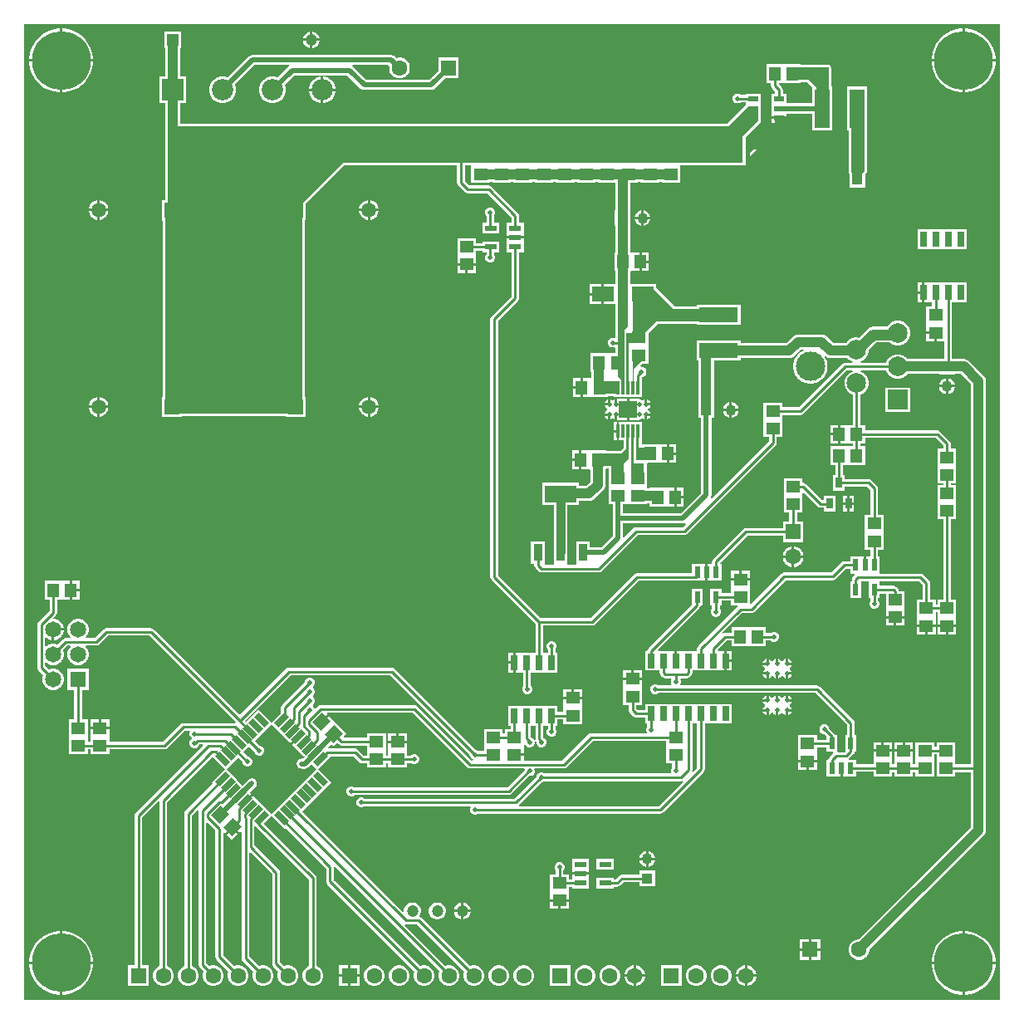
<source format=gtl>
G04*
G04 #@! TF.GenerationSoftware,Altium Limited,Altium Designer,23.1.1 (15)*
G04*
G04 Layer_Physical_Order=1*
G04 Layer_Color=255*
%FSLAX44Y44*%
%MOMM*%
G71*
G04*
G04 #@! TF.SameCoordinates,59153929-C944-4D8D-ADD8-4EEA14B2016B*
G04*
G04*
G04 #@! TF.FilePolarity,Positive*
G04*
G01*
G75*
%ADD11C,0.2540*%
%ADD16C,1.0000*%
%ADD17R,1.2000X0.6000*%
%ADD18R,1.4000X1.2000*%
%ADD19R,1.2000X1.4000*%
%ADD20R,0.6500X1.5000*%
G04:AMPARAMS|DCode=21|XSize=1.5mm|YSize=0.6mm|CornerRadius=0mm|HoleSize=0mm|Usage=FLASHONLY|Rotation=135.000|XOffset=0mm|YOffset=0mm|HoleType=Round|Shape=Rectangle|*
%AMROTATEDRECTD21*
4,1,4,0.7425,-0.3182,0.3182,-0.7425,-0.7425,0.3182,-0.3182,0.7425,0.7425,-0.3182,0.0*
%
%ADD21ROTATEDRECTD21*%

G04:AMPARAMS|DCode=22|XSize=1.5mm|YSize=0.6mm|CornerRadius=0mm|HoleSize=0mm|Usage=FLASHONLY|Rotation=45.000|XOffset=0mm|YOffset=0mm|HoleType=Round|Shape=Rectangle|*
%AMROTATEDRECTD22*
4,1,4,-0.3182,-0.7425,-0.7425,-0.3182,0.3182,0.7425,0.7425,0.3182,-0.3182,-0.7425,0.0*
%
%ADD22ROTATEDRECTD22*%

%ADD23R,0.6500X1.5250*%
G04:AMPARAMS|DCode=24|XSize=1.4mm|YSize=1.2mm|CornerRadius=0mm|HoleSize=0mm|Usage=FLASHONLY|Rotation=45.000|XOffset=0mm|YOffset=0mm|HoleType=Round|Shape=Rectangle|*
%AMROTATEDRECTD24*
4,1,4,-0.0707,-0.9192,-0.9192,-0.0707,0.0707,0.9192,0.9192,0.0707,-0.0707,-0.9192,0.0*
%
%ADD24ROTATEDRECTD24*%

%ADD25R,0.6000X1.2000*%
%ADD26R,0.6500X1.1000*%
%ADD27R,2.2000X1.5500*%
%ADD28R,0.3000X1.4250*%
%ADD29R,1.8800X1.6800*%
%ADD30R,4.0000X1.5000*%
%ADD31R,0.9000X1.8000*%
%ADD32R,3.2000X1.8000*%
%ADD33R,1.0500X0.5500*%
%ADD34R,1.5000X4.0000*%
%ADD73C,0.5000*%
%ADD74C,1.0700*%
%ADD75C,0.9000*%
%ADD76C,0.5080*%
%ADD77R,1.1000X1.1000*%
%ADD78C,1.1000*%
%ADD79C,1.6500*%
%ADD80R,1.6500X1.6500*%
%ADD81C,1.2000*%
%ADD82C,1.6000*%
%ADD83R,1.6000X1.6000*%
%ADD84R,1.6000X1.6000*%
%ADD85R,1.1000X1.1000*%
%ADD86C,6.0000*%
%ADD87R,1.2000X1.2000*%
%ADD88C,1.9950*%
%ADD89R,1.9950X1.9950*%
%ADD90R,2.1750X2.1750*%
%ADD91C,2.1750*%
%ADD92R,1.5000X1.5000*%
%ADD93C,1.5000*%
%ADD94C,3.0000*%
%ADD95C,0.5000*%
G36*
X996950Y2540D02*
X2540D01*
Y996950D01*
X996950D01*
Y2540D01*
D02*
G37*
%LPC*%
G36*
X296270Y989501D02*
Y982270D01*
X303501D01*
X302958Y984296D01*
X301834Y986244D01*
X300244Y987834D01*
X298296Y988958D01*
X296270Y989501D01*
D02*
G37*
G36*
X293730D02*
X291704Y988958D01*
X289756Y987834D01*
X288166Y986244D01*
X287042Y984296D01*
X286499Y982270D01*
X293730D01*
Y989501D01*
D02*
G37*
G36*
X303501Y979730D02*
X296270D01*
Y972499D01*
X298296Y973042D01*
X300244Y974166D01*
X301834Y975756D01*
X302958Y977704D01*
X303501Y979730D01*
D02*
G37*
G36*
X293730D02*
X286499D01*
X287042Y977704D01*
X288166Y975756D01*
X289756Y974166D01*
X291704Y973042D01*
X293730Y972499D01*
Y979730D01*
D02*
G37*
G36*
X962561Y992540D02*
X961270D01*
Y961270D01*
X992540D01*
Y962561D01*
X991739Y967620D01*
X990156Y972491D01*
X987831Y977055D01*
X984820Y981198D01*
X981198Y984820D01*
X977055Y987831D01*
X972491Y990156D01*
X967620Y991739D01*
X962561Y992540D01*
D02*
G37*
G36*
X958730D02*
X957439D01*
X952380Y991739D01*
X947509Y990156D01*
X942945Y987831D01*
X938802Y984820D01*
X935180Y981198D01*
X932169Y977055D01*
X929844Y972491D01*
X928261Y967620D01*
X927460Y962561D01*
Y961270D01*
X958730D01*
Y992540D01*
D02*
G37*
G36*
X42561D02*
X41270D01*
Y961270D01*
X72540D01*
Y962561D01*
X71739Y967620D01*
X70156Y972491D01*
X67831Y977055D01*
X64820Y981198D01*
X61198Y984820D01*
X57055Y987831D01*
X52491Y990156D01*
X47620Y991739D01*
X42561Y992540D01*
D02*
G37*
G36*
X38730D02*
X37439D01*
X32380Y991739D01*
X27509Y990156D01*
X22945Y987831D01*
X18802Y984820D01*
X15180Y981198D01*
X12169Y977055D01*
X9844Y972491D01*
X8261Y967620D01*
X7460Y962561D01*
Y961270D01*
X38730D01*
Y992540D01*
D02*
G37*
G36*
X307866Y943415D02*
X307370D01*
Y931270D01*
X319515D01*
Y931766D01*
X318601Y935178D01*
X316835Y938237D01*
X314337Y940735D01*
X311278Y942501D01*
X307866Y943415D01*
D02*
G37*
G36*
X304830D02*
X304334D01*
X300922Y942501D01*
X297863Y940735D01*
X295365Y938237D01*
X293599Y935178D01*
X292685Y931766D01*
Y931270D01*
X304830D01*
Y943415D01*
D02*
G37*
G36*
X376800Y965639D02*
X235000D01*
X233034Y965248D01*
X231366Y964134D01*
X209713Y942480D01*
X209678Y942501D01*
X206266Y943415D01*
X202734D01*
X199322Y942501D01*
X196263Y940735D01*
X193765Y938237D01*
X191999Y935178D01*
X191085Y931766D01*
Y928234D01*
X191999Y924822D01*
X193765Y921763D01*
X196263Y919265D01*
X199322Y917499D01*
X202734Y916585D01*
X206266D01*
X209678Y917499D01*
X212737Y919265D01*
X215235Y921763D01*
X217001Y924822D01*
X217915Y928234D01*
Y931766D01*
X217001Y935178D01*
X216980Y935213D01*
X237129Y955361D01*
X271966D01*
X272351Y954091D01*
X271666Y953634D01*
X260513Y942480D01*
X260478Y942501D01*
X257066Y943415D01*
X253534D01*
X250122Y942501D01*
X247063Y940735D01*
X244565Y938237D01*
X242799Y935178D01*
X241885Y931766D01*
Y928234D01*
X242799Y924822D01*
X244565Y921763D01*
X247063Y919265D01*
X250122Y917499D01*
X253534Y916585D01*
X257066D01*
X260478Y917499D01*
X263537Y919265D01*
X266035Y921763D01*
X267801Y924822D01*
X268715Y928234D01*
Y931766D01*
X267801Y935178D01*
X267780Y935213D01*
X277429Y944861D01*
X331871D01*
X345366Y931366D01*
X347034Y930252D01*
X349000Y929861D01*
X417500D01*
X419467Y930252D01*
X421134Y931366D01*
X431627Y941860D01*
X445440D01*
Y962940D01*
X424360D01*
Y949127D01*
X415372Y940139D01*
X351129D01*
X337634Y953634D01*
X336949Y954091D01*
X337334Y955361D01*
X373467D01*
X374441Y954091D01*
X374360Y953788D01*
Y951012D01*
X375078Y948332D01*
X376466Y945928D01*
X378428Y943966D01*
X380832Y942578D01*
X383512Y941860D01*
X386288D01*
X388968Y942578D01*
X391372Y943966D01*
X393334Y945928D01*
X394722Y948332D01*
X395440Y951012D01*
Y953788D01*
X394722Y956468D01*
X393334Y958872D01*
X391372Y960834D01*
X388968Y962222D01*
X386288Y962940D01*
X383512D01*
X382026Y962542D01*
X380434Y964134D01*
X378767Y965248D01*
X376800Y965639D01*
D02*
G37*
G36*
X992540Y958730D02*
X961270D01*
Y927460D01*
X962561D01*
X967620Y928261D01*
X972491Y929844D01*
X977055Y932169D01*
X981198Y935180D01*
X984820Y938802D01*
X987831Y942945D01*
X990156Y947509D01*
X991739Y952380D01*
X992540Y957439D01*
Y958730D01*
D02*
G37*
G36*
X958730D02*
X927460D01*
Y957439D01*
X928261Y952380D01*
X929844Y947509D01*
X932169Y942945D01*
X935180Y938802D01*
X938802Y935180D01*
X942945Y932169D01*
X947509Y929844D01*
X952380Y928261D01*
X957439Y927460D01*
X958730D01*
Y958730D01*
D02*
G37*
G36*
X72540D02*
X41270D01*
Y927460D01*
X42561D01*
X47620Y928261D01*
X52491Y929844D01*
X57055Y932169D01*
X61198Y935180D01*
X64820Y938802D01*
X67831Y942945D01*
X70156Y947509D01*
X71739Y952380D01*
X72540Y957439D01*
Y958730D01*
D02*
G37*
G36*
X38730D02*
X7460D01*
Y957439D01*
X8261Y952380D01*
X9844Y947509D01*
X12169Y942945D01*
X15180Y938802D01*
X18802Y935180D01*
X22945Y932169D01*
X27509Y929844D01*
X32380Y928261D01*
X37439Y927460D01*
X38730D01*
Y958730D01*
D02*
G37*
G36*
X319515Y928730D02*
X307370D01*
Y916585D01*
X307866D01*
X311278Y917499D01*
X314337Y919265D01*
X316835Y921763D01*
X318601Y924822D01*
X319515Y928234D01*
Y928730D01*
D02*
G37*
G36*
X304830D02*
X292685D01*
Y928234D01*
X293599Y924822D01*
X295365Y921763D01*
X297863Y919265D01*
X300922Y917499D01*
X304334Y916585D01*
X304830D01*
Y928730D01*
D02*
G37*
G36*
X767670Y900340D02*
X763990D01*
Y896320D01*
X767670D01*
Y900340D01*
D02*
G37*
G36*
X776100Y956210D02*
Y956210D01*
X775787Y956210D01*
X759020D01*
Y937130D01*
X763675D01*
Y934080D01*
X763971Y932593D01*
X764813Y931333D01*
X767895Y928251D01*
Y925900D01*
X763990D01*
Y915320D01*
Y905820D01*
Y902880D01*
X767670D01*
Y903490D01*
X779570D01*
Y905930D01*
X805670D01*
Y888570D01*
X825750D01*
Y933650D01*
X824870D01*
Y953020D01*
X824673Y954011D01*
X824111Y954851D01*
X823271Y955413D01*
X822280Y955610D01*
X794100D01*
Y956210D01*
X777333D01*
X777020Y956210D01*
Y956210D01*
X776100D01*
D02*
G37*
G36*
X748620Y869563D02*
X746787Y869072D01*
X744953Y868014D01*
X743456Y866517D01*
X742398Y864683D01*
X741907Y862850D01*
X742270D01*
X748620Y869200D01*
Y869563D01*
D02*
G37*
G36*
X162540Y989540D02*
X145460D01*
Y972460D01*
X146395D01*
Y943415D01*
X140285D01*
Y916585D01*
X146095D01*
Y817690D01*
X143040D01*
Y797610D01*
X143040D01*
X143869Y796779D01*
X143450Y617030D01*
X143040D01*
Y596950D01*
X163120D01*
Y597410D01*
X268770D01*
Y596950D01*
X288850D01*
Y617030D01*
X288590D01*
Y797610D01*
X288850D01*
Y814187D01*
X328073Y853410D01*
X443615D01*
Y835500D01*
X443911Y834013D01*
X444753Y832753D01*
X451753Y825753D01*
X453013Y824911D01*
X454500Y824615D01*
X474391D01*
X499115Y799891D01*
Y794540D01*
X494460D01*
Y783460D01*
Y780770D01*
X503000D01*
X511540D01*
Y783460D01*
Y794540D01*
X506885D01*
Y801500D01*
X506589Y802987D01*
X505747Y804247D01*
X478747Y831247D01*
X477487Y832089D01*
X476000Y832385D01*
X456109D01*
X451385Y837109D01*
Y853410D01*
X457842D01*
X458010Y852210D01*
X458010Y851860D01*
Y835130D01*
X477090D01*
Y836110D01*
X479490D01*
Y835130D01*
X498570D01*
Y836110D01*
X501080D01*
Y835130D01*
X520160D01*
Y836110D01*
X522670D01*
Y835130D01*
X541750D01*
Y836110D01*
X544260D01*
Y835130D01*
X563340D01*
Y836110D01*
X565850D01*
Y835130D01*
X584930D01*
Y836110D01*
X587440D01*
Y835130D01*
X604980D01*
Y807370D01*
X604610D01*
Y791290D01*
X604980D01*
Y764420D01*
X604110D01*
Y745340D01*
X604980D01*
Y732150D01*
X593420D01*
Y721860D01*
Y711570D01*
X604980D01*
Y677897D01*
X603924Y677191D01*
X603493Y677370D01*
X601488D01*
X599635Y676603D01*
X598217Y675185D01*
X597450Y673333D01*
Y671328D01*
X598217Y669475D01*
X599635Y668057D01*
X601488Y667290D01*
X603493D01*
X603924Y667469D01*
X604980Y666763D01*
Y661550D01*
X597980D01*
Y661550D01*
X597060D01*
Y661550D01*
X579980D01*
Y642470D01*
X580850D01*
Y636910D01*
X580090Y636150D01*
X579170D01*
X578820Y636150D01*
X571900D01*
Y626610D01*
Y617070D01*
X578820D01*
X579170Y617070D01*
X580090D01*
X580440Y617070D01*
X597170D01*
Y617670D01*
X603770D01*
Y616735D01*
X631850D01*
Y631880D01*
X631925Y632255D01*
Y637185D01*
X632154Y637414D01*
X632702D01*
X634555Y638182D01*
X635973Y639599D01*
X636740Y641452D01*
Y643457D01*
X635973Y645309D01*
X634555Y646727D01*
X632702Y647494D01*
X631373D01*
X630847Y648764D01*
X633063Y650980D01*
X638700D01*
Y668060D01*
X638700D01*
Y668980D01*
X638700D01*
Y682018D01*
X648013Y691330D01*
X687900D01*
Y690450D01*
X732980D01*
Y710530D01*
X687900D01*
Y709210D01*
X665793D01*
X646690Y728313D01*
Y732150D01*
X620320D01*
Y744470D01*
X621190Y745340D01*
X622110D01*
X622460Y745340D01*
X629380D01*
Y754880D01*
Y764420D01*
X622460D01*
X622110Y764420D01*
X621190D01*
X620320Y765475D01*
Y791290D01*
X620690D01*
Y807370D01*
X620320D01*
Y835130D01*
X628110D01*
Y836110D01*
X630730D01*
Y835130D01*
X649810D01*
Y836110D01*
X652210D01*
Y835130D01*
X671290D01*
Y851860D01*
X671290Y852210D01*
X671459Y853410D01*
X735000D01*
X735652Y853540D01*
X737930D01*
Y869620D01*
X737590D01*
Y881927D01*
X751982Y896320D01*
X753570D01*
Y898901D01*
X753590Y899000D01*
Y913500D01*
X753570Y913599D01*
Y925900D01*
X737990D01*
Y924825D01*
X733143D01*
X732425Y925543D01*
X730573Y926310D01*
X728568D01*
X726715Y925543D01*
X725297Y924125D01*
X724530Y922272D01*
Y920267D01*
X725297Y918415D01*
X726715Y916997D01*
X728568Y916230D01*
X730573D01*
X732425Y916997D01*
X732483Y917055D01*
X737990D01*
Y914153D01*
X718927Y895090D01*
X161305D01*
Y916585D01*
X167115D01*
Y943415D01*
X161605D01*
Y972460D01*
X162540D01*
Y989540D01*
D02*
G37*
G36*
X861750Y933650D02*
X841670D01*
Y888570D01*
X842550D01*
Y846340D01*
X842747Y845349D01*
X843309Y844509D01*
X843450Y844368D01*
Y830680D01*
X859530D01*
Y844368D01*
X860941Y845779D01*
X861503Y846619D01*
X861700Y847610D01*
Y888570D01*
X861750D01*
Y933650D01*
D02*
G37*
G36*
X79402Y817690D02*
X79350D01*
Y808920D01*
X88120D01*
Y808972D01*
X87436Y811525D01*
X86114Y813815D01*
X84245Y815684D01*
X81955Y817006D01*
X79402Y817690D01*
D02*
G37*
G36*
X355132D02*
X355080D01*
Y808920D01*
X363850D01*
Y808972D01*
X363166Y811525D01*
X361844Y813815D01*
X359975Y815684D01*
X357685Y817006D01*
X355132Y817690D01*
D02*
G37*
G36*
X352540D02*
X352488D01*
X349935Y817006D01*
X347645Y815684D01*
X345776Y813815D01*
X344454Y811525D01*
X343770Y808972D01*
Y808920D01*
X352540D01*
Y817690D01*
D02*
G37*
G36*
X76810D02*
X76758D01*
X74205Y817006D01*
X71915Y815684D01*
X70046Y813815D01*
X68724Y811525D01*
X68040Y808972D01*
Y808920D01*
X76810D01*
Y817690D01*
D02*
G37*
G36*
X633920Y807313D02*
Y800600D01*
X640633D01*
X640142Y802433D01*
X639084Y804267D01*
X637587Y805764D01*
X635753Y806822D01*
X633920Y807313D01*
D02*
G37*
G36*
X631380D02*
X629547Y806822D01*
X627713Y805764D01*
X626216Y804267D01*
X625158Y802433D01*
X624667Y800600D01*
X631380D01*
Y807313D01*
D02*
G37*
G36*
X363850Y806380D02*
X355080D01*
Y797610D01*
X355132D01*
X357685Y798294D01*
X359975Y799616D01*
X361844Y801485D01*
X363166Y803775D01*
X363850Y806328D01*
Y806380D01*
D02*
G37*
G36*
X352540D02*
X343770D01*
Y806328D01*
X344454Y803775D01*
X345776Y801485D01*
X347645Y799616D01*
X349935Y798294D01*
X352488Y797610D01*
X352540D01*
Y806380D01*
D02*
G37*
G36*
X88120D02*
X79350D01*
Y797610D01*
X79402D01*
X81955Y798294D01*
X84245Y799616D01*
X86114Y801485D01*
X87436Y803775D01*
X88120Y806328D01*
Y806380D01*
D02*
G37*
G36*
X76810D02*
X68040D01*
Y806328D01*
X68724Y803775D01*
X70046Y801485D01*
X71915Y799616D01*
X74205Y798294D01*
X76758Y797610D01*
X76810D01*
Y806380D01*
D02*
G37*
G36*
X640633Y798060D02*
X633920D01*
Y791347D01*
X635753Y791838D01*
X637587Y792896D01*
X639084Y794393D01*
X640142Y796227D01*
X640633Y798060D01*
D02*
G37*
G36*
X631380D02*
X624667D01*
X625158Y796227D01*
X626216Y794393D01*
X627713Y792896D01*
X629547Y791838D01*
X631380Y791347D01*
Y798060D01*
D02*
G37*
G36*
X951260Y787785D02*
X950140D01*
X949990Y787785D01*
X938710D01*
X938560Y787785D01*
X937440D01*
X937290Y787785D01*
X926010D01*
X925860Y787785D01*
X924740D01*
X924590Y787785D01*
X913160D01*
Y767455D01*
X924590D01*
X924740Y767455D01*
X925860D01*
X926010Y767455D01*
X937290D01*
X937440Y767455D01*
X938560D01*
X938710Y767455D01*
X949990D01*
X950140Y767455D01*
X951260D01*
X951410Y767455D01*
X962840D01*
Y787785D01*
X951410D01*
X951260Y787785D01*
D02*
G37*
G36*
X478503Y810040D02*
X476497D01*
X474645Y809273D01*
X473227Y807855D01*
X472460Y806003D01*
Y803997D01*
X473227Y802145D01*
X473615Y801757D01*
Y794540D01*
X469460D01*
Y783460D01*
X486540D01*
Y794540D01*
X481385D01*
Y801757D01*
X481773Y802145D01*
X482540Y803997D01*
Y806003D01*
X481773Y807855D01*
X480355Y809273D01*
X478503Y810040D01*
D02*
G37*
G36*
X631920Y764420D02*
Y756150D01*
X639190D01*
Y764420D01*
X631920D01*
D02*
G37*
G36*
X463040Y778540D02*
X443960D01*
Y761810D01*
X443960Y761460D01*
Y760540D01*
X443960Y760190D01*
Y753270D01*
X453500D01*
X463040D01*
Y760190D01*
X463040Y760540D01*
Y761460D01*
X463040Y761810D01*
Y766115D01*
X469460D01*
Y764460D01*
X473615D01*
Y762243D01*
X473227Y761855D01*
X472460Y760003D01*
Y757998D01*
X473227Y756145D01*
X474645Y754727D01*
X476497Y753960D01*
X478503D01*
X480355Y754727D01*
X481773Y756145D01*
X482540Y757998D01*
Y760003D01*
X481773Y761855D01*
X481385Y762243D01*
Y764460D01*
X486540D01*
Y775540D01*
X469460D01*
Y773885D01*
X463040D01*
Y778540D01*
D02*
G37*
G36*
X639190Y753610D02*
X631920D01*
Y745340D01*
X639190D01*
Y753610D01*
D02*
G37*
G36*
X463040Y750730D02*
X454770D01*
Y743460D01*
X463040D01*
Y750730D01*
D02*
G37*
G36*
X452230D02*
X443960D01*
Y743460D01*
X452230D01*
Y750730D01*
D02*
G37*
G36*
X937440Y733545D02*
Y733545D01*
X926010D01*
X925860Y733545D01*
X924740D01*
X924590Y733545D01*
X920220D01*
Y723380D01*
Y713215D01*
X924590D01*
X924740Y713215D01*
X925860D01*
X926010Y713215D01*
X927765D01*
Y709040D01*
X921960D01*
Y691960D01*
X921960D01*
Y691040D01*
X921960D01*
Y683770D01*
X931500D01*
Y682500D01*
X932770D01*
Y673960D01*
X940465D01*
Y655959D01*
X935005D01*
Y655555D01*
X902950D01*
X902905Y655634D01*
X900574Y657964D01*
X897721Y659612D01*
X894538Y660465D01*
X891242D01*
X888059Y659612D01*
X885206Y657964D01*
X882876Y655634D01*
X881228Y652781D01*
X880974Y651835D01*
X855294D01*
X855127Y653105D01*
X855811Y653288D01*
X858664Y654936D01*
X860994Y657266D01*
X862642Y660119D01*
X863495Y663302D01*
Y665211D01*
X871076Y672792D01*
X884349D01*
X885206Y671936D01*
X888059Y670288D01*
X891242Y669435D01*
X894538D01*
X897721Y670288D01*
X900574Y671936D01*
X902905Y674266D01*
X904552Y677119D01*
X905405Y680302D01*
Y683598D01*
X904552Y686781D01*
X902905Y689634D01*
X900574Y691964D01*
X897721Y693612D01*
X894538Y694465D01*
X891242D01*
X888059Y693612D01*
X885206Y691964D01*
X882876Y689634D01*
X882341Y688708D01*
X867780D01*
X867780Y688708D01*
X865720Y688437D01*
X863801Y687642D01*
X862153Y686377D01*
X853111Y677336D01*
X852628Y677465D01*
X849332D01*
X846149Y676612D01*
X843296Y674965D01*
X840965Y672634D01*
X840510Y671845D01*
X827460D01*
X820798Y678508D01*
X819222Y679716D01*
X817388Y680476D01*
X815420Y680735D01*
X791290D01*
X789322Y680476D01*
X787487Y679716D01*
X785912Y678508D01*
X779250Y671845D01*
X732980D01*
Y674530D01*
X687900D01*
Y654450D01*
X690070D01*
Y611790D01*
X689700D01*
Y595710D01*
X692601D01*
Y518869D01*
X671871Y498139D01*
X612709D01*
Y507470D01*
X617080D01*
X617110Y507470D01*
X618350Y507470D01*
X618380Y507470D01*
X637430D01*
Y508450D01*
X639670D01*
Y505310D01*
X656400D01*
X656750Y505310D01*
X657670D01*
X658020Y505310D01*
X664940D01*
Y514850D01*
Y524390D01*
X658020D01*
X657670Y524390D01*
X656750D01*
X656400Y524390D01*
X639670D01*
Y523790D01*
X638190D01*
X637430Y524550D01*
Y525470D01*
X637430Y525820D01*
Y542550D01*
X636830D01*
Y548701D01*
X637843Y549760D01*
X648670D01*
X649020Y549760D01*
X649940D01*
X650290Y549760D01*
X657210D01*
Y559300D01*
Y568840D01*
X650290D01*
X649940Y568840D01*
X649020D01*
X648670Y568840D01*
X631940D01*
X631750Y570031D01*
Y572495D01*
X631850D01*
Y591825D01*
X608769D01*
Y582160D01*
Y572495D01*
X613870D01*
Y565453D01*
X610307Y561890D01*
X595790D01*
Y562490D01*
X579060D01*
X578710Y562490D01*
X577790D01*
X577440Y562490D01*
X570520D01*
Y552950D01*
Y543410D01*
X577440D01*
X577790Y543410D01*
X578710D01*
X579645Y542382D01*
Y530700D01*
X575210Y526265D01*
X567690D01*
Y529720D01*
X530610D01*
Y506640D01*
X542049D01*
Y458180D01*
X542110Y457719D01*
Y447155D01*
X542110Y446640D01*
X541153Y445885D01*
X534147D01*
X533190Y446640D01*
Y469720D01*
X519110D01*
Y446640D01*
X522265D01*
Y445350D01*
X522561Y443863D01*
X523403Y442603D01*
X526753Y439253D01*
X528013Y438411D01*
X529500Y438115D01*
X588000D01*
X589487Y438411D01*
X590747Y439253D01*
X627609Y476115D01*
X675000D01*
X676487Y476411D01*
X677747Y477253D01*
X768247Y567753D01*
X769089Y569013D01*
X769385Y570500D01*
Y575960D01*
X775040D01*
Y592690D01*
X775040Y593040D01*
Y593960D01*
X775040Y594310D01*
Y598615D01*
X794000D01*
X795487Y598911D01*
X796747Y599753D01*
X841059Y644065D01*
X846666D01*
X846833Y642795D01*
X846149Y642612D01*
X843296Y640965D01*
X840965Y638634D01*
X839318Y635781D01*
X838465Y632598D01*
Y629302D01*
X839318Y626119D01*
X840965Y623266D01*
X843296Y620936D01*
X846149Y619288D01*
X847095Y619034D01*
Y588540D01*
X842810D01*
X842460Y588540D01*
X841540D01*
X841190Y588540D01*
X834270D01*
Y579000D01*
Y569460D01*
X841190D01*
X841540Y569460D01*
X842460D01*
X842810Y569460D01*
X847115D01*
Y566540D01*
X842810D01*
X842460Y566540D01*
X841540D01*
X841190Y566540D01*
X824460D01*
Y547460D01*
X829115D01*
Y537540D01*
X827210D01*
Y521460D01*
X838790D01*
Y525615D01*
X861391D01*
X865115Y521891D01*
Y496540D01*
X859460D01*
Y479810D01*
X859460Y479460D01*
Y478540D01*
X859460Y478190D01*
Y461460D01*
X865115D01*
Y454040D01*
X860770D01*
Y445500D01*
X858230D01*
Y454040D01*
X844460D01*
Y449385D01*
X838500D01*
X837013Y449089D01*
X835753Y448247D01*
X825391Y437885D01*
X777000D01*
X775513Y437589D01*
X774253Y436747D01*
X743213Y405707D01*
X742040Y406193D01*
Y421190D01*
X742040Y421540D01*
Y422460D01*
X742040Y422810D01*
Y429730D01*
X722960D01*
Y422810D01*
X722960Y422460D01*
Y421540D01*
X722960Y421190D01*
Y416885D01*
X713040D01*
Y421540D01*
X701960D01*
Y404460D01*
X703615D01*
Y401243D01*
X703227Y400855D01*
X702460Y399002D01*
Y396997D01*
X703227Y395145D01*
X704645Y393727D01*
X706497Y392960D01*
X708503D01*
X710355Y393727D01*
X711773Y395145D01*
X712540Y396997D01*
Y399002D01*
X711773Y400855D01*
X711385Y401243D01*
Y404460D01*
X713040D01*
Y409115D01*
X722960D01*
Y404460D01*
X729283D01*
X729681Y403433D01*
X729696Y403190D01*
X689453Y362947D01*
X688611Y361687D01*
X688315Y360200D01*
Y358040D01*
X686560D01*
X686410Y358040D01*
X685290D01*
X685140Y358040D01*
X673860D01*
X673710Y358040D01*
X672590D01*
X672440Y358040D01*
X668070D01*
Y348000D01*
X665530D01*
Y358040D01*
X661160D01*
X661010Y358040D01*
X659890D01*
X659740Y358040D01*
X648830D01*
X648299Y359305D01*
X690925Y401931D01*
X691767Y403191D01*
X692019Y404460D01*
X694040D01*
Y421540D01*
X682960D01*
Y404954D01*
X638753Y360747D01*
X637911Y359487D01*
X637623Y358040D01*
X635610D01*
Y337960D01*
X647040D01*
X647190Y337960D01*
X648310D01*
X648460Y337960D01*
X650115D01*
Y335488D01*
X650411Y334001D01*
X651253Y332741D01*
X652741Y331253D01*
X654001Y330411D01*
X655488Y330115D01*
X661272D01*
X661371Y330037D01*
X662016Y328845D01*
X661460Y327503D01*
Y325498D01*
X662016Y324155D01*
X661328Y322885D01*
X648743D01*
X648355Y323273D01*
X646503Y324040D01*
X644498D01*
X642645Y323273D01*
X641227Y321855D01*
X640460Y320003D01*
Y317997D01*
X641227Y316145D01*
X642645Y314727D01*
X644498Y313960D01*
X646503D01*
X648355Y314727D01*
X648743Y315115D01*
X808891D01*
X841115Y282891D01*
Y272080D01*
X839420D01*
Y255414D01*
X838891Y254885D01*
X832722D01*
X831500Y255000D01*
X831500Y256155D01*
Y272080D01*
X829527D01*
X828747Y273247D01*
X823040Y278954D01*
Y279002D01*
X822273Y280855D01*
X820855Y282273D01*
X819003Y283040D01*
X816998D01*
X815145Y282273D01*
X813727Y280855D01*
X812960Y279002D01*
Y276998D01*
X813727Y275145D01*
X815145Y273727D01*
X816998Y272960D01*
X818046D01*
X820420Y270586D01*
Y267385D01*
X810540D01*
Y272040D01*
X791460D01*
Y255310D01*
X791460Y254960D01*
Y254040D01*
X791460Y253690D01*
Y246770D01*
X801000D01*
X810540D01*
Y253690D01*
X810540Y254040D01*
Y254960D01*
X810540Y255310D01*
Y259615D01*
X820420D01*
Y255000D01*
X826843D01*
X827235Y253803D01*
X827236Y253730D01*
X823213Y249707D01*
X822371Y248447D01*
X822099Y247080D01*
X820420D01*
Y230000D01*
X834190D01*
Y238540D01*
X836730D01*
Y230000D01*
X850500D01*
Y234655D01*
X867960D01*
Y229960D01*
X887040D01*
Y234615D01*
X889460D01*
Y229960D01*
X908540D01*
Y234615D01*
X910960D01*
Y229960D01*
X930040D01*
Y246690D01*
X930040Y247040D01*
Y247960D01*
X930040Y248310D01*
Y252615D01*
X932460D01*
Y248310D01*
X932460Y247960D01*
Y247040D01*
X932460Y246690D01*
Y229960D01*
X951540D01*
Y234615D01*
X967395D01*
Y178370D01*
X853175Y64150D01*
X852002D01*
X849322Y63432D01*
X846918Y62044D01*
X844956Y60082D01*
X843568Y57678D01*
X842850Y54998D01*
Y52222D01*
X843568Y49542D01*
X844956Y47138D01*
X846918Y45176D01*
X849322Y43788D01*
X852002Y43070D01*
X854778D01*
X857458Y43788D01*
X859862Y45176D01*
X861824Y47138D01*
X863212Y49542D01*
X863930Y52222D01*
Y53395D01*
X980378Y169842D01*
X981586Y171418D01*
X981901Y172177D01*
X982346Y173252D01*
X982605Y175220D01*
Y238500D01*
Y633338D01*
X982346Y635307D01*
X981586Y637141D01*
X980378Y638716D01*
X965797Y653297D01*
X964222Y654505D01*
X962387Y655265D01*
X960419Y655524D01*
X951085D01*
Y655959D01*
X948235D01*
Y713215D01*
X949990D01*
X950140Y713215D01*
X951260D01*
X951410Y713215D01*
X962840D01*
Y733545D01*
X951410D01*
X951260Y733545D01*
X950140D01*
X949990Y733545D01*
X938560D01*
Y733545D01*
X937440D01*
D02*
G37*
G36*
X917680Y733545D02*
X913160D01*
Y724650D01*
X917680D01*
Y733545D01*
D02*
G37*
G36*
X590880Y732150D02*
X578610D01*
Y723130D01*
X590880D01*
Y732150D01*
D02*
G37*
G36*
X917680Y722110D02*
X913160D01*
Y713215D01*
X917680D01*
Y722110D01*
D02*
G37*
G36*
X590880Y720590D02*
X578610D01*
Y711570D01*
X590880D01*
Y720590D01*
D02*
G37*
G36*
X930230Y681230D02*
X921960D01*
Y673960D01*
X930230D01*
Y681230D01*
D02*
G37*
G36*
X569360Y636150D02*
X562090D01*
Y627880D01*
X569360D01*
Y636150D01*
D02*
G37*
G36*
Y625340D02*
X562090D01*
Y617070D01*
X569360D01*
Y625340D01*
D02*
G37*
G36*
X637270Y614429D02*
Y610770D01*
X640929D01*
X640273Y612355D01*
X638855Y613773D01*
X637270Y614429D01*
D02*
G37*
G36*
X597730D02*
X596145Y613773D01*
X594727Y612355D01*
X594071Y610770D01*
X597730D01*
Y614429D01*
D02*
G37*
G36*
X616540Y615220D02*
X606770D01*
Y609500D01*
X604230D01*
Y614429D01*
X602645Y613773D01*
X602250Y613378D01*
X601855Y613773D01*
X600270Y614429D01*
Y609500D01*
X599000D01*
Y608230D01*
X594071D01*
X594727Y606645D01*
X596145Y605227D01*
X596845Y604937D01*
Y603563D01*
X596145Y603273D01*
X594727Y601855D01*
X594071Y600270D01*
X599000D01*
Y599000D01*
X600270D01*
Y594071D01*
X601855Y594727D01*
X602250Y595122D01*
X602645Y594727D01*
X604230Y594071D01*
Y599000D01*
X606770D01*
Y593340D01*
X616540D01*
Y604280D01*
Y615220D01*
D02*
G37*
G36*
X79402Y617030D02*
X79350D01*
Y608260D01*
X88120D01*
Y608312D01*
X87436Y610865D01*
X86114Y613155D01*
X84245Y615024D01*
X81955Y616346D01*
X79402Y617030D01*
D02*
G37*
G36*
X355132D02*
X355080D01*
Y608260D01*
X363850D01*
Y608312D01*
X363166Y610865D01*
X361844Y613155D01*
X359975Y615024D01*
X357685Y616346D01*
X355132Y617030D01*
D02*
G37*
G36*
X352540D02*
X352488D01*
X349935Y616346D01*
X347645Y615024D01*
X345776Y613155D01*
X344454Y610865D01*
X343770Y608312D01*
Y608260D01*
X352540D01*
Y617030D01*
D02*
G37*
G36*
X76810D02*
X76758D01*
X74205Y616346D01*
X71915Y615024D01*
X70046Y613155D01*
X68724Y610865D01*
X68040Y608312D01*
Y608260D01*
X76810D01*
Y617030D01*
D02*
G37*
G36*
X363850Y605720D02*
X355080D01*
Y596950D01*
X355132D01*
X357685Y597634D01*
X359975Y598956D01*
X361844Y600825D01*
X363166Y603115D01*
X363850Y605668D01*
Y605720D01*
D02*
G37*
G36*
X352540D02*
X343770D01*
Y605668D01*
X344454Y603115D01*
X345776Y600825D01*
X347645Y598956D01*
X349935Y597634D01*
X352488Y596950D01*
X352540D01*
Y605720D01*
D02*
G37*
G36*
X88120D02*
X79350D01*
Y596950D01*
X79402D01*
X81955Y597634D01*
X84245Y598956D01*
X86114Y600825D01*
X87436Y603115D01*
X88120Y605668D01*
Y605720D01*
D02*
G37*
G36*
X76810D02*
X68040D01*
Y605668D01*
X68724Y603115D01*
X70046Y600825D01*
X71915Y598956D01*
X74205Y597634D01*
X76758Y596950D01*
X76810D01*
Y605720D01*
D02*
G37*
G36*
X640929Y597730D02*
X637270D01*
Y594071D01*
X638855Y594727D01*
X640273Y596145D01*
X640929Y597730D01*
D02*
G37*
G36*
X629750Y615220D02*
X619080D01*
Y604280D01*
Y593340D01*
X629750D01*
Y593960D01*
X630503D01*
X632355Y594727D01*
X632750Y595122D01*
X633145Y594727D01*
X634730Y594071D01*
Y599000D01*
X636000D01*
Y600270D01*
X640929D01*
X640273Y601855D01*
X638855Y603273D01*
X638155Y603563D01*
Y604937D01*
X638855Y605227D01*
X640273Y606645D01*
X640929Y608230D01*
X636000D01*
Y609500D01*
X634730D01*
Y614429D01*
X633145Y613773D01*
X632750Y613378D01*
X632355Y613773D01*
X630503Y614540D01*
X629750D01*
Y615220D01*
D02*
G37*
G36*
X597730Y597730D02*
X594071D01*
X594727Y596145D01*
X596145Y594727D01*
X597730Y594071D01*
Y597730D01*
D02*
G37*
G36*
X606540Y591825D02*
X603770D01*
Y583430D01*
X606540D01*
Y591825D01*
D02*
G37*
G36*
X831730Y588540D02*
X824460D01*
Y580270D01*
X831730D01*
Y588540D01*
D02*
G37*
G36*
X606540Y580890D02*
X603770D01*
Y572495D01*
X606540D01*
Y580890D01*
D02*
G37*
G36*
X831730Y577730D02*
X824460D01*
Y569460D01*
X831730D01*
Y577730D01*
D02*
G37*
G36*
X659750Y568840D02*
Y560570D01*
X667020D01*
Y568840D01*
X659750D01*
D02*
G37*
G36*
X567980Y562490D02*
X560710D01*
Y554220D01*
X567980D01*
Y562490D01*
D02*
G37*
G36*
X667020Y558030D02*
X659750D01*
Y549760D01*
X667020D01*
Y558030D01*
D02*
G37*
G36*
X567980Y551680D02*
X560710D01*
Y543410D01*
X567980D01*
Y551680D01*
D02*
G37*
G36*
X667480Y524390D02*
Y516120D01*
X674750D01*
Y524390D01*
X667480D01*
D02*
G37*
G36*
X848390Y516540D02*
X843870D01*
Y509770D01*
X848390D01*
Y516540D01*
D02*
G37*
G36*
X841330D02*
X836810D01*
Y509770D01*
X841330D01*
Y516540D01*
D02*
G37*
G36*
X674750Y513580D02*
X667480D01*
Y505310D01*
X674750D01*
Y513580D01*
D02*
G37*
G36*
X848390Y507230D02*
X843870D01*
Y500460D01*
X848390D01*
Y507230D01*
D02*
G37*
G36*
X841330D02*
X836810D01*
Y500460D01*
X841330D01*
Y507230D01*
D02*
G37*
G36*
X795770Y534200D02*
X776690D01*
Y517470D01*
X776690Y517120D01*
Y516200D01*
X776690Y515850D01*
Y499120D01*
X782345D01*
Y489900D01*
X775690D01*
Y483245D01*
X737860D01*
X736374Y482949D01*
X735113Y482107D01*
X704753Y451747D01*
X703911Y450487D01*
X703615Y449000D01*
Y446540D01*
X699270D01*
Y438000D01*
Y429460D01*
X713040D01*
Y446540D01*
X712330D01*
X711804Y447810D01*
X739469Y475475D01*
X775690D01*
Y468820D01*
X796770D01*
Y489900D01*
X790115D01*
Y499120D01*
X795770D01*
Y515850D01*
X795770Y516200D01*
Y517120D01*
X795770Y517470D01*
Y519077D01*
X796943Y519563D01*
X811253Y505253D01*
X812513Y504411D01*
X814000Y504115D01*
X817610D01*
Y500460D01*
X829190D01*
Y516540D01*
X817610D01*
Y511885D01*
X815609D01*
X799087Y528407D01*
X797827Y529249D01*
X796340Y529545D01*
X795770D01*
Y534200D01*
D02*
G37*
G36*
X787618Y464500D02*
X787500D01*
Y455230D01*
X796770D01*
Y455348D01*
X796052Y458028D01*
X794664Y460432D01*
X792702Y462394D01*
X790298Y463782D01*
X787618Y464500D01*
D02*
G37*
G36*
X784960D02*
X784842D01*
X782162Y463782D01*
X779758Y462394D01*
X777796Y460432D01*
X776408Y458028D01*
X775690Y455348D01*
Y455230D01*
X784960D01*
Y464500D01*
D02*
G37*
G36*
X796770Y452690D02*
X787500D01*
Y443420D01*
X787618D01*
X790298Y444138D01*
X792702Y445526D01*
X794664Y447488D01*
X796052Y449892D01*
X796770Y452572D01*
Y452690D01*
D02*
G37*
G36*
X784960D02*
X775690D01*
Y452572D01*
X776408Y449892D01*
X777796Y447488D01*
X779758Y445526D01*
X782162Y444138D01*
X784842Y443420D01*
X784960D01*
Y452690D01*
D02*
G37*
G36*
X742040Y439540D02*
X733770D01*
Y432270D01*
X742040D01*
Y439540D01*
D02*
G37*
G36*
X731230D02*
X722960D01*
Y432270D01*
X731230D01*
Y439540D01*
D02*
G37*
G36*
X51270Y429540D02*
Y421270D01*
X58540D01*
Y429540D01*
X51270D01*
D02*
G37*
G36*
X58540Y418730D02*
X51270D01*
Y410460D01*
X58540D01*
Y418730D01*
D02*
G37*
G36*
X41460Y429540D02*
X40540D01*
X40190Y429540D01*
X23460D01*
Y410460D01*
X28115D01*
Y398764D01*
X16993Y387642D01*
X16151Y386382D01*
X15855Y384895D01*
Y341160D01*
X16151Y339673D01*
X16993Y338413D01*
X21890Y333516D01*
X21745Y333265D01*
X21010Y330521D01*
Y327679D01*
X21745Y324935D01*
X23166Y322475D01*
X25175Y320466D01*
X27635Y319045D01*
X30380Y318310D01*
X33221D01*
X35965Y319045D01*
X38425Y320466D01*
X40434Y322475D01*
X41855Y324935D01*
X42590Y327679D01*
Y330521D01*
X41855Y333265D01*
X40434Y335725D01*
X38425Y337734D01*
X35965Y339155D01*
X33221Y339890D01*
X30380D01*
X27635Y339155D01*
X27384Y339010D01*
X23625Y342769D01*
Y345757D01*
X24798Y346243D01*
X25175Y345866D01*
X27635Y344445D01*
X30380Y343710D01*
X33221D01*
X35965Y344445D01*
X38425Y345866D01*
X40434Y347875D01*
X41855Y350335D01*
X42590Y353079D01*
Y355920D01*
X41855Y358665D01*
X41710Y358916D01*
X46245Y363451D01*
X49096D01*
X49622Y362181D01*
X48566Y361125D01*
X47145Y358665D01*
X46410Y355920D01*
Y353079D01*
X47145Y350335D01*
X48566Y347875D01*
X50575Y345866D01*
X53035Y344445D01*
X55780Y343710D01*
X58621D01*
X61365Y344445D01*
X63825Y345866D01*
X65834Y347875D01*
X67255Y350335D01*
X67990Y353079D01*
Y355920D01*
X67255Y358665D01*
X65834Y361125D01*
X64778Y362181D01*
X65304Y363451D01*
X75836D01*
X77322Y363747D01*
X78582Y364589D01*
X87609Y373615D01*
X129861D01*
X217956Y285520D01*
X217331Y284350D01*
X217157Y284385D01*
X164394D01*
X162907Y284089D01*
X161647Y283247D01*
X143785Y265385D01*
X89040D01*
Y269690D01*
X89040Y270040D01*
Y270960D01*
X89040Y271310D01*
Y278230D01*
X69960D01*
Y271310D01*
X69960Y270960D01*
Y270040D01*
X69960Y269690D01*
Y265385D01*
X67040D01*
Y269690D01*
X67040Y270040D01*
Y270960D01*
X67040Y271310D01*
Y288040D01*
X61085D01*
Y318310D01*
X67990D01*
Y339890D01*
X46410D01*
Y318310D01*
X53315D01*
Y288040D01*
X47960D01*
Y271310D01*
X47960Y270960D01*
Y270040D01*
X47960Y269690D01*
Y252960D01*
X67040D01*
Y257615D01*
X69960D01*
Y252960D01*
X89040D01*
Y257615D01*
X145394D01*
X146880Y257911D01*
X148141Y258753D01*
X166003Y276615D01*
X170460D01*
X171309Y275345D01*
X170960Y274503D01*
Y272498D01*
X171727Y270645D01*
X172848Y269524D01*
X173032Y268750D01*
X172848Y267976D01*
X171727Y266855D01*
X170960Y265002D01*
Y262997D01*
X171727Y261145D01*
X173145Y259727D01*
X174998Y258960D01*
X177003D01*
X178855Y259727D01*
X180273Y261145D01*
X180915Y262695D01*
X184042D01*
X184528Y261522D01*
X115953Y192947D01*
X115111Y191687D01*
X114815Y190200D01*
Y37540D01*
X108160D01*
Y16460D01*
X129240D01*
Y37540D01*
X122585D01*
Y188591D01*
X138945Y204952D01*
X140215Y204426D01*
Y36871D01*
X140032Y36822D01*
X137628Y35434D01*
X135666Y33472D01*
X134278Y31068D01*
X133560Y28388D01*
Y25612D01*
X134278Y22932D01*
X135666Y20528D01*
X137628Y18566D01*
X140032Y17178D01*
X142712Y16460D01*
X145488D01*
X148168Y17178D01*
X150572Y18566D01*
X152534Y20528D01*
X153922Y22932D01*
X154640Y25612D01*
Y28388D01*
X153922Y31068D01*
X152534Y33472D01*
X150572Y35434D01*
X148168Y36822D01*
X147985Y36871D01*
Y203991D01*
X194280Y250287D01*
X207067Y237500D01*
X193632Y224065D01*
X194803Y222894D01*
X166753Y194845D01*
X165911Y193585D01*
X165615Y192098D01*
Y36871D01*
X165432Y36822D01*
X163028Y35434D01*
X161066Y33472D01*
X159678Y31068D01*
X158960Y28388D01*
Y25612D01*
X159678Y22932D01*
X161066Y20528D01*
X163028Y18566D01*
X165432Y17178D01*
X168112Y16460D01*
X170888D01*
X173568Y17178D01*
X175972Y18566D01*
X177934Y20528D01*
X179322Y22932D01*
X180040Y25612D01*
Y28388D01*
X179322Y31068D01*
X177934Y33472D01*
X175972Y35434D01*
X173568Y36822D01*
X173385Y36871D01*
Y190489D01*
X179033Y196137D01*
X180203Y195512D01*
X180169Y195338D01*
Y37846D01*
X180465Y36360D01*
X181307Y35099D01*
X185173Y31233D01*
X185078Y31068D01*
X184360Y28388D01*
Y25612D01*
X185078Y22932D01*
X186466Y20528D01*
X188428Y18566D01*
X190832Y17178D01*
X193512Y16460D01*
X196288D01*
X198968Y17178D01*
X201372Y18566D01*
X203334Y20528D01*
X204722Y22932D01*
X205440Y25612D01*
Y28388D01*
X204722Y31068D01*
X203334Y33472D01*
X201372Y35434D01*
X198968Y36822D01*
X196288Y37540D01*
X193512D01*
X190832Y36822D01*
X190667Y36727D01*
X187938Y39455D01*
Y182621D01*
X189112Y183107D01*
X197380Y174838D01*
Y46035D01*
X197676Y44548D01*
X198518Y43288D01*
X210573Y31233D01*
X210478Y31068D01*
X209760Y28388D01*
Y25612D01*
X210478Y22932D01*
X211866Y20528D01*
X213828Y18566D01*
X216232Y17178D01*
X218912Y16460D01*
X221688D01*
X224368Y17178D01*
X226772Y18566D01*
X228734Y20528D01*
X230122Y22932D01*
X230840Y25612D01*
Y28388D01*
X230122Y31068D01*
X228734Y33472D01*
X226772Y35434D01*
X224368Y36822D01*
X221688Y37540D01*
X218912D01*
X216232Y36822D01*
X216067Y36727D01*
X205150Y47644D01*
Y172699D01*
X206323Y173185D01*
X207220Y172288D01*
X213966Y179034D01*
X214864Y178136D01*
X215762Y179034D01*
X221801Y172995D01*
X222874Y174069D01*
X224048Y173583D01*
Y44768D01*
X224343Y43281D01*
X225186Y42021D01*
X235973Y31233D01*
X235878Y31068D01*
X235160Y28388D01*
Y25612D01*
X235878Y22932D01*
X237266Y20528D01*
X239228Y18566D01*
X241632Y17178D01*
X244312Y16460D01*
X247088D01*
X249768Y17178D01*
X252172Y18566D01*
X254134Y20528D01*
X255522Y22932D01*
X256240Y25612D01*
Y28388D01*
X255522Y31068D01*
X254134Y33472D01*
X252172Y35434D01*
X249768Y36822D01*
X247088Y37540D01*
X244312D01*
X241632Y36822D01*
X241467Y36727D01*
X231817Y46377D01*
Y152030D01*
X232990Y152516D01*
X255115Y130391D01*
Y39100D01*
X255411Y37613D01*
X256253Y36353D01*
X261373Y31233D01*
X261278Y31068D01*
X260560Y28388D01*
Y25612D01*
X261278Y22932D01*
X262666Y20528D01*
X264628Y18566D01*
X267032Y17178D01*
X269712Y16460D01*
X272488D01*
X275168Y17178D01*
X277572Y18566D01*
X279534Y20528D01*
X280922Y22932D01*
X281640Y25612D01*
Y28388D01*
X280922Y31068D01*
X279534Y33472D01*
X277572Y35434D01*
X275168Y36822D01*
X272488Y37540D01*
X269712D01*
X267032Y36822D01*
X266867Y36727D01*
X262885Y40709D01*
Y132000D01*
X262589Y133487D01*
X261747Y134747D01*
X236897Y159597D01*
Y178730D01*
X237096Y178871D01*
X238318Y179273D01*
X292615Y124976D01*
Y36871D01*
X292432Y36822D01*
X290028Y35434D01*
X288066Y33472D01*
X286678Y31068D01*
X285960Y28388D01*
Y25612D01*
X286678Y22932D01*
X288066Y20528D01*
X290028Y18566D01*
X292432Y17178D01*
X295112Y16460D01*
X297888D01*
X300568Y17178D01*
X302972Y18566D01*
X304934Y20528D01*
X306322Y22932D01*
X307040Y25612D01*
Y28388D01*
X306322Y31068D01*
X304934Y33472D01*
X302972Y35434D01*
X300568Y36822D01*
X300385Y36871D01*
Y126585D01*
X300089Y128072D01*
X299247Y129332D01*
X246506Y182073D01*
X254500Y190067D01*
X267935Y176632D01*
X268907Y177604D01*
X310115Y136396D01*
Y122900D01*
X310411Y121413D01*
X311253Y120153D01*
X400173Y31233D01*
X400078Y31068D01*
X399360Y28388D01*
Y25612D01*
X400078Y22932D01*
X401466Y20528D01*
X403428Y18566D01*
X405832Y17178D01*
X408512Y16460D01*
X411288D01*
X413968Y17178D01*
X416372Y18566D01*
X418334Y20528D01*
X419722Y22932D01*
X420440Y25612D01*
Y28388D01*
X419722Y31068D01*
X418334Y33472D01*
X416372Y35434D01*
X413968Y36822D01*
X411288Y37540D01*
X408512D01*
X405832Y36822D01*
X405667Y36727D01*
X317885Y124509D01*
Y137833D01*
X318291Y138143D01*
X319098Y138416D01*
X425832Y31682D01*
X425478Y31068D01*
X424760Y28388D01*
Y25612D01*
X425478Y22932D01*
X426866Y20528D01*
X428828Y18566D01*
X431232Y17178D01*
X433912Y16460D01*
X436688D01*
X439368Y17178D01*
X441772Y18566D01*
X443734Y20528D01*
X445122Y22932D01*
X445840Y25612D01*
Y28388D01*
X445122Y31068D01*
X443734Y33472D01*
X441772Y35434D01*
X439368Y36822D01*
X436688Y37540D01*
X433912D01*
X431585Y36916D01*
X390156Y78345D01*
X390782Y79516D01*
X391839Y79305D01*
X402901D01*
X450973Y31233D01*
X450878Y31068D01*
X450160Y28388D01*
Y25612D01*
X450878Y22932D01*
X452266Y20528D01*
X454228Y18566D01*
X456632Y17178D01*
X459312Y16460D01*
X462088D01*
X464768Y17178D01*
X467172Y18566D01*
X469134Y20528D01*
X470522Y22932D01*
X471240Y25612D01*
Y28388D01*
X470522Y31068D01*
X469134Y33472D01*
X467172Y35434D01*
X464768Y36822D01*
X462088Y37540D01*
X459312D01*
X456632Y36822D01*
X456467Y36727D01*
X407257Y85937D01*
X405997Y86779D01*
X405793Y86819D01*
X405615Y87014D01*
X405208Y88231D01*
X406058Y89704D01*
X406640Y91876D01*
Y94124D01*
X406058Y96296D01*
X404934Y98244D01*
X403344Y99834D01*
X401396Y100958D01*
X399224Y101540D01*
X396976D01*
X394804Y100958D01*
X392856Y99834D01*
X391266Y98244D01*
X390142Y96296D01*
X389560Y94124D01*
Y92759D01*
X388290Y92233D01*
X285913Y194610D01*
X290562Y199260D01*
X296219Y204916D01*
X301876Y210573D01*
X307533Y216230D01*
X315368Y224065D01*
X301933Y237500D01*
X315048Y250615D01*
X338391D01*
X344253Y244753D01*
X345513Y243911D01*
X347000Y243615D01*
X351960D01*
Y238960D01*
X371040D01*
Y243615D01*
X373460D01*
Y238960D01*
X392540D01*
Y243615D01*
X396757D01*
X397145Y243227D01*
X398997Y242460D01*
X401003D01*
X402855Y243227D01*
X404273Y244645D01*
X405040Y246497D01*
Y248503D01*
X404273Y250355D01*
X402855Y251773D01*
X401003Y252540D01*
X398997D01*
X397145Y251773D01*
X396757Y251385D01*
X392540D01*
Y255690D01*
X392540Y256040D01*
Y256960D01*
X392540Y257310D01*
Y264230D01*
X373460D01*
Y257310D01*
X373460Y256960D01*
Y256040D01*
X373460Y255690D01*
Y251385D01*
X371040D01*
Y256040D01*
X371040D01*
Y256960D01*
X371040D01*
Y274040D01*
X351960D01*
Y269385D01*
X328486D01*
X327960Y270655D01*
X331148Y273843D01*
X319071Y285921D01*
X318421Y286571D01*
X313280Y291712D01*
X306534Y284966D01*
X304738Y286762D01*
X311484Y293508D01*
X311183Y293808D01*
X311669Y294982D01*
X398656D01*
X454194Y239443D01*
X455454Y238601D01*
X456941Y238305D01*
X512064D01*
X512769Y237250D01*
X512543Y236702D01*
X494765Y218925D01*
X339289D01*
X338901Y219313D01*
X337049Y220080D01*
X335044D01*
X333191Y219313D01*
X331774Y217895D01*
X331006Y216042D01*
Y214037D01*
X331774Y212185D01*
X333191Y210767D01*
X335044Y210000D01*
X337049D01*
X338901Y210767D01*
X339289Y211155D01*
X496374D01*
X497861Y211451D01*
X499121Y212293D01*
X517288Y230460D01*
X518503D01*
X520355Y231227D01*
X521773Y232645D01*
X522540Y234498D01*
Y236502D01*
X522231Y237250D01*
X522936Y238305D01*
X552441D01*
X553927Y238601D01*
X555188Y239443D01*
X581860Y266115D01*
X656960D01*
Y261460D01*
X656960D01*
Y260540D01*
X656960D01*
Y243460D01*
X662615D01*
Y238743D01*
X662227Y238355D01*
X661460Y236502D01*
Y234498D01*
X661612Y234131D01*
X660906Y233075D01*
X533053D01*
X532355Y233773D01*
X530503Y234540D01*
X528498D01*
X526645Y233773D01*
X525227Y232355D01*
X524460Y230502D01*
Y229954D01*
X501891Y207385D01*
X349243D01*
X348855Y207773D01*
X347002Y208540D01*
X344997D01*
X343145Y207773D01*
X341727Y206355D01*
X340960Y204503D01*
Y202498D01*
X341727Y200645D01*
X343145Y199227D01*
X344997Y198460D01*
X347002D01*
X348855Y199227D01*
X349243Y199615D01*
X456828D01*
X457516Y198345D01*
X456960Y197003D01*
Y194998D01*
X457727Y193145D01*
X459145Y191727D01*
X460998Y190960D01*
X463003D01*
X464855Y191727D01*
X465243Y192115D01*
X651000D01*
X652487Y192411D01*
X653747Y193253D01*
X694947Y234453D01*
X695789Y235713D01*
X696085Y237200D01*
Y283960D01*
X697840D01*
X697990Y283960D01*
X699110D01*
X699260Y283960D01*
X710540D01*
X710690Y283960D01*
X711810D01*
X711960Y283960D01*
X723390D01*
Y304040D01*
X711960D01*
X711810Y304040D01*
X710690D01*
X710540Y304040D01*
X699260D01*
X699110Y304040D01*
X697990D01*
X697840Y304040D01*
X686410D01*
Y304040D01*
X685290D01*
Y304040D01*
X673710D01*
Y304040D01*
X672590D01*
Y304040D01*
X661160D01*
X661010Y304040D01*
X659890D01*
X659740Y304040D01*
X648460D01*
X648310Y304040D01*
X647190D01*
X647040Y304040D01*
X635610D01*
Y297885D01*
X628109D01*
X626385Y299609D01*
Y302960D01*
X632040D01*
Y319690D01*
X632040Y320040D01*
Y320960D01*
X632040Y321310D01*
Y328230D01*
X612960D01*
Y321310D01*
X612960Y320960D01*
Y320040D01*
X612960Y319690D01*
Y302960D01*
X618615D01*
Y298000D01*
X618911Y296513D01*
X619753Y295253D01*
X623753Y291253D01*
X625014Y290411D01*
X626500Y290115D01*
X635610D01*
Y283960D01*
X637565D01*
Y280693D01*
X637227Y280355D01*
X636460Y278503D01*
Y276497D01*
X637016Y275155D01*
X636328Y273885D01*
X580251D01*
X578764Y273589D01*
X577504Y272747D01*
X550832Y246075D01*
X511540D01*
Y250730D01*
X502000D01*
Y253270D01*
X511540D01*
Y260190D01*
X511540Y260540D01*
Y261460D01*
X511540Y261810D01*
Y262900D01*
X512810Y263153D01*
X513227Y262145D01*
X514645Y260727D01*
X516497Y259960D01*
X518503D01*
X520355Y260727D01*
X521773Y262145D01*
X522540Y263997D01*
Y266003D01*
X521773Y267855D01*
X520355Y269273D01*
X518702Y269957D01*
X518535Y270125D01*
Y281715D01*
X520290D01*
X520440Y281715D01*
X521560D01*
X521710Y281715D01*
X523465D01*
Y267816D01*
X523761Y266329D01*
X524460Y265283D01*
Y263997D01*
X525227Y262145D01*
X526645Y260727D01*
X528498Y259960D01*
X530503D01*
X532355Y260727D01*
X533773Y262145D01*
X534540Y263997D01*
Y266003D01*
X533773Y267855D01*
X532355Y269273D01*
X531235Y269737D01*
Y281715D01*
X532990D01*
X533140Y281715D01*
X534260D01*
X534410Y281715D01*
X536140D01*
Y278768D01*
X535727Y278355D01*
X534960Y276502D01*
Y274498D01*
X535727Y272645D01*
X537145Y271227D01*
X538997Y270460D01*
X541003D01*
X542855Y271227D01*
X544273Y272645D01*
X545040Y274498D01*
Y276502D01*
X544273Y278355D01*
X543910Y278718D01*
Y281715D01*
X545840D01*
Y288115D01*
X551960D01*
Y283460D01*
X571040D01*
Y300190D01*
X571040Y300540D01*
Y301460D01*
X571040Y301810D01*
Y308730D01*
X551960D01*
Y301810D01*
X551960Y301460D01*
Y300540D01*
X551960Y300190D01*
Y295885D01*
X545840D01*
Y302045D01*
X534410D01*
X534260Y302045D01*
X533140D01*
X532990Y302045D01*
X521710D01*
X521560Y302045D01*
X520440D01*
X520290Y302045D01*
X508860D01*
Y302045D01*
X507740D01*
Y302045D01*
X496160D01*
Y281715D01*
X498065D01*
Y278540D01*
X492460D01*
Y273885D01*
X490040D01*
Y278540D01*
X470960D01*
Y261810D01*
X470960Y261460D01*
Y260540D01*
X470960Y260190D01*
Y255885D01*
X465243D01*
X464855Y256273D01*
X463003Y257040D01*
X462454D01*
X379747Y339747D01*
X378487Y340589D01*
X377000Y340885D01*
X272000D01*
X270513Y340589D01*
X269253Y339747D01*
X221985Y292479D01*
X134217Y380247D01*
X132957Y381089D01*
X131471Y381385D01*
X86000D01*
X84513Y381089D01*
X83253Y380247D01*
X74226Y371220D01*
X65576D01*
X65050Y372490D01*
X65834Y373275D01*
X67255Y375735D01*
X67990Y378479D01*
Y381320D01*
X67255Y384065D01*
X65834Y386525D01*
X63825Y388534D01*
X61365Y389955D01*
X58621Y390690D01*
X55780D01*
X53035Y389955D01*
X50575Y388534D01*
X48566Y386525D01*
X47145Y384065D01*
X46410Y381320D01*
Y378479D01*
X47145Y375735D01*
X48566Y373275D01*
X49350Y372490D01*
X48824Y371220D01*
X44636D01*
X43149Y370924D01*
X41889Y370082D01*
X36216Y364410D01*
X35965Y364555D01*
X33221Y365290D01*
X30380D01*
X27635Y364555D01*
X25175Y363134D01*
X24798Y362757D01*
X23625Y363243D01*
Y371157D01*
X24798Y371643D01*
X25175Y371266D01*
X27635Y369845D01*
X30380Y369110D01*
X30530D01*
Y379900D01*
X31800D01*
Y381170D01*
X42590D01*
Y381320D01*
X41855Y384065D01*
X40434Y386525D01*
X38425Y388534D01*
X35965Y389955D01*
X33221Y390690D01*
X32688D01*
X32202Y391863D01*
X34747Y394408D01*
X35589Y395669D01*
X35885Y397155D01*
Y410460D01*
X40190D01*
X40540Y410460D01*
X41460D01*
X41810Y410460D01*
X48730D01*
Y420000D01*
Y429540D01*
X41810D01*
X41460Y429540D01*
D02*
G37*
G36*
X42590Y378630D02*
X33070D01*
Y369110D01*
X33221D01*
X35965Y369845D01*
X38425Y371266D01*
X40434Y373275D01*
X41855Y375735D01*
X42590Y378479D01*
Y378630D01*
D02*
G37*
G36*
X511540Y778230D02*
X503000D01*
X494460D01*
Y773960D01*
Y764460D01*
X499115D01*
Y719609D01*
X478753Y699247D01*
X477911Y697987D01*
X477615Y696500D01*
Y433500D01*
X477911Y432013D01*
X478753Y430753D01*
X523465Y386041D01*
Y356285D01*
X521710D01*
X521560Y356285D01*
X520440D01*
X520290Y356285D01*
X509010D01*
X508860Y356285D01*
X507740D01*
X507590Y356285D01*
X503220D01*
Y346120D01*
Y335955D01*
X507590D01*
X507740Y335955D01*
X508860D01*
X509010Y335955D01*
X510940D01*
Y322068D01*
X510727Y321855D01*
X509960Y320003D01*
Y317997D01*
X510727Y316145D01*
X512145Y314727D01*
X513997Y313960D01*
X516003D01*
X517855Y314727D01*
X519273Y316145D01*
X520040Y317997D01*
Y320003D01*
X519273Y321855D01*
X518710Y322418D01*
Y335955D01*
X520290D01*
X520440Y335955D01*
X521560D01*
X521710Y335955D01*
X532990D01*
X533140Y335955D01*
X534260D01*
X534410Y335955D01*
X545840D01*
Y356285D01*
X543910D01*
Y359782D01*
X544273Y360145D01*
X545040Y361997D01*
Y364002D01*
X544273Y365855D01*
X542855Y367273D01*
X541003Y368040D01*
X538997D01*
X537145Y367273D01*
X535727Y365855D01*
X534960Y364002D01*
Y361997D01*
X535727Y360145D01*
X536140Y359732D01*
Y356285D01*
X534410D01*
X534260Y356285D01*
X533140D01*
X532990Y356285D01*
X531235D01*
Y383765D01*
X581150D01*
X582637Y384061D01*
X583897Y384903D01*
X628379Y429385D01*
X686770D01*
X687145Y429460D01*
X696730D01*
Y438000D01*
Y446540D01*
X682960D01*
Y437155D01*
X626770D01*
X625283Y436859D01*
X624023Y436017D01*
X579541Y391535D01*
X528959D01*
X485385Y435109D01*
Y694891D01*
X505747Y715253D01*
X506589Y716513D01*
X506885Y718000D01*
Y764460D01*
X511540D01*
Y773960D01*
Y778230D01*
D02*
G37*
G36*
X500680Y356285D02*
X496160D01*
Y347390D01*
X500680D01*
Y356285D01*
D02*
G37*
G36*
Y344850D02*
X496160D01*
Y335955D01*
X500680D01*
Y344850D01*
D02*
G37*
G36*
X632040Y338040D02*
X623770D01*
Y330770D01*
X632040D01*
Y338040D01*
D02*
G37*
G36*
X621230D02*
X612960D01*
Y330770D01*
X621230D01*
Y338040D01*
D02*
G37*
G36*
X571040Y318540D02*
X562770D01*
Y311270D01*
X571040D01*
Y318540D01*
D02*
G37*
G36*
X560230D02*
X551960D01*
Y311270D01*
X560230D01*
Y318540D01*
D02*
G37*
G36*
X778730Y312429D02*
X777145Y311773D01*
X775727Y310355D01*
X775635Y310132D01*
X774365D01*
X774273Y310355D01*
X772855Y311773D01*
X771270Y312429D01*
Y307500D01*
X768730D01*
Y312429D01*
X767145Y311773D01*
X765727Y310355D01*
X765635Y310132D01*
X764365D01*
X764273Y310355D01*
X762855Y311773D01*
X761270Y312429D01*
Y307500D01*
X760000D01*
Y306230D01*
X755071D01*
X755727Y304645D01*
X757145Y303227D01*
X757368Y303135D01*
Y301865D01*
X757145Y301773D01*
X755727Y300355D01*
X755071Y298770D01*
X760000D01*
Y297500D01*
X761270D01*
Y292571D01*
X762855Y293227D01*
X764273Y294645D01*
X764365Y294868D01*
X765635D01*
X765727Y294645D01*
X767145Y293227D01*
X768730Y292571D01*
Y297500D01*
X771270D01*
Y292571D01*
X772855Y293227D01*
X774273Y294645D01*
X774365Y294868D01*
X775635D01*
X775727Y294645D01*
X777145Y293227D01*
X778730Y292571D01*
Y297500D01*
X780000D01*
Y298770D01*
X784929D01*
X784273Y300355D01*
X782855Y301773D01*
X782632Y301865D01*
Y303135D01*
X782855Y303227D01*
X784273Y304645D01*
X784929Y306230D01*
X780000D01*
Y307500D01*
X778730D01*
Y312429D01*
D02*
G37*
G36*
X781270D02*
Y308770D01*
X784929D01*
X784273Y310355D01*
X782855Y311773D01*
X781270Y312429D01*
D02*
G37*
G36*
X758730D02*
X757145Y311773D01*
X755727Y310355D01*
X755071Y308770D01*
X758730D01*
Y312429D01*
D02*
G37*
G36*
X784929Y296230D02*
X781270D01*
Y292571D01*
X782855Y293227D01*
X784273Y294645D01*
X784929Y296230D01*
D02*
G37*
G36*
X758730D02*
X755071D01*
X755727Y294645D01*
X757145Y293227D01*
X758730Y292571D01*
Y296230D01*
D02*
G37*
G36*
X89040Y288040D02*
X80770D01*
Y280770D01*
X89040D01*
Y288040D01*
D02*
G37*
G36*
X78230D02*
X69960D01*
Y280770D01*
X78230D01*
Y288040D01*
D02*
G37*
G36*
X392540Y274040D02*
X384270D01*
Y266770D01*
X392540D01*
Y274040D01*
D02*
G37*
G36*
X381730D02*
X373460D01*
Y266770D01*
X381730D01*
Y274040D01*
D02*
G37*
G36*
X810540Y244230D02*
X802270D01*
Y236960D01*
X810540D01*
Y244230D01*
D02*
G37*
G36*
X799730D02*
X791460D01*
Y236960D01*
X799730D01*
Y244230D01*
D02*
G37*
G36*
X214864Y176340D02*
X209016Y170492D01*
X214157Y165352D01*
X220005Y171199D01*
X214864Y176340D01*
D02*
G37*
G36*
X638770Y153983D02*
Y147270D01*
X645483D01*
X644992Y149103D01*
X643934Y150937D01*
X642437Y152434D01*
X640603Y153492D01*
X638770Y153983D01*
D02*
G37*
G36*
X636230Y153983D02*
X634397Y153492D01*
X632563Y152434D01*
X631066Y150937D01*
X630008Y149103D01*
X629517Y147270D01*
X636230D01*
Y153983D01*
D02*
G37*
G36*
Y144730D02*
X629517D01*
X630008Y142897D01*
X631066Y141063D01*
X632563Y139566D01*
X634397Y138508D01*
X636230Y138017D01*
Y144730D01*
D02*
G37*
G36*
X645483D02*
X638770D01*
Y138017D01*
X640603Y138508D01*
X642437Y139566D01*
X643934Y141063D01*
X644992Y142897D01*
X645483Y144730D01*
D02*
G37*
G36*
X603040Y146040D02*
X585960D01*
Y134960D01*
X603040D01*
Y146040D01*
D02*
G37*
G36*
X578040D02*
X560960D01*
Y134960D01*
Y132270D01*
X578040D01*
Y134960D01*
Y146040D01*
D02*
G37*
G36*
X645540Y134040D02*
X629460D01*
Y129885D01*
X611500D01*
X610013Y129589D01*
X608753Y128747D01*
X605391Y125385D01*
X603040D01*
Y127040D01*
X585960D01*
Y115960D01*
X603040D01*
Y117615D01*
X607000D01*
X608487Y117911D01*
X609747Y118753D01*
X613109Y122115D01*
X629460D01*
Y117960D01*
X645540D01*
Y134040D01*
D02*
G37*
G36*
X549002Y142540D02*
X546997D01*
X545145Y141773D01*
X543727Y140355D01*
X542960Y138503D01*
Y136497D01*
X543727Y134645D01*
X544115Y134257D01*
Y130040D01*
X538460D01*
Y113310D01*
X538460Y112960D01*
Y112040D01*
X538460Y111690D01*
Y104770D01*
X548000D01*
X557540D01*
Y111690D01*
X557540Y112040D01*
Y112960D01*
X557540Y113310D01*
Y117615D01*
X560960D01*
Y115960D01*
X578040D01*
Y125460D01*
Y129730D01*
X560960D01*
Y125385D01*
X557540D01*
Y130040D01*
X551885D01*
Y134257D01*
X552273Y134645D01*
X553040Y136497D01*
Y138503D01*
X552273Y140355D01*
X550855Y141773D01*
X549002Y142540D01*
D02*
G37*
G36*
X557540Y102230D02*
X549270D01*
Y94960D01*
X557540D01*
Y102230D01*
D02*
G37*
G36*
X546730D02*
X538460D01*
Y94960D01*
X546730D01*
Y102230D01*
D02*
G37*
G36*
X450170Y101501D02*
Y94270D01*
X457401D01*
X456858Y96296D01*
X455734Y98244D01*
X454144Y99834D01*
X452196Y100958D01*
X450170Y101501D01*
D02*
G37*
G36*
X447630D02*
X445604Y100958D01*
X443656Y99834D01*
X442066Y98244D01*
X440942Y96296D01*
X440399Y94270D01*
X447630D01*
Y101501D01*
D02*
G37*
G36*
X457401Y91730D02*
X450170D01*
Y84499D01*
X452196Y85042D01*
X454144Y86166D01*
X455734Y87756D01*
X456858Y89704D01*
X457401Y91730D01*
D02*
G37*
G36*
X447630D02*
X440399D01*
X440942Y89704D01*
X442066Y87756D01*
X443656Y86166D01*
X445604Y85042D01*
X447630Y84499D01*
Y91730D01*
D02*
G37*
G36*
X424624Y101540D02*
X422376D01*
X420204Y100958D01*
X418256Y99834D01*
X416666Y98244D01*
X415542Y96296D01*
X414960Y94124D01*
Y91876D01*
X415542Y89704D01*
X416666Y87756D01*
X418256Y86166D01*
X420204Y85042D01*
X422376Y84460D01*
X424624D01*
X426796Y85042D01*
X428744Y86166D01*
X430334Y87756D01*
X431458Y89704D01*
X432040Y91876D01*
Y94124D01*
X431458Y96296D01*
X430334Y98244D01*
X428744Y99834D01*
X426796Y100958D01*
X424624Y101540D01*
D02*
G37*
G36*
X813930Y64150D02*
X804660D01*
Y54880D01*
X813930D01*
Y64150D01*
D02*
G37*
G36*
X802120D02*
X792850D01*
Y54880D01*
X802120D01*
Y64150D01*
D02*
G37*
G36*
X813930Y52340D02*
X804660D01*
Y43070D01*
X813930D01*
Y52340D01*
D02*
G37*
G36*
X802120D02*
X792850D01*
Y43070D01*
X802120D01*
Y52340D01*
D02*
G37*
G36*
X962561Y72540D02*
X961270D01*
Y41270D01*
X992540D01*
Y42561D01*
X991739Y47620D01*
X990156Y52491D01*
X987831Y57055D01*
X984820Y61198D01*
X981198Y64820D01*
X977055Y67831D01*
X972491Y70156D01*
X967620Y71739D01*
X962561Y72540D01*
D02*
G37*
G36*
X958730D02*
X957439D01*
X952380Y71739D01*
X947509Y70156D01*
X942945Y67831D01*
X938802Y64820D01*
X935180Y61198D01*
X932169Y57055D01*
X929844Y52491D01*
X928261Y47620D01*
X927460Y42561D01*
Y41270D01*
X958730D01*
Y72540D01*
D02*
G37*
G36*
X42561D02*
X41270D01*
Y41270D01*
X72540D01*
Y42561D01*
X71739Y47620D01*
X70156Y52491D01*
X67831Y57055D01*
X64820Y61198D01*
X61198Y64820D01*
X57055Y67831D01*
X52491Y70156D01*
X47620Y71739D01*
X42561Y72540D01*
D02*
G37*
G36*
X38730D02*
X37439D01*
X32380Y71739D01*
X27509Y70156D01*
X22945Y67831D01*
X18802Y64820D01*
X15180Y61198D01*
X12169Y57055D01*
X9844Y52491D01*
X8261Y47620D01*
X7460Y42561D01*
Y41270D01*
X38730D01*
Y72540D01*
D02*
G37*
G36*
X739588Y37540D02*
X739470D01*
Y28270D01*
X748740D01*
Y28388D01*
X748022Y31068D01*
X746634Y33472D01*
X744672Y35434D01*
X742268Y36822D01*
X739588Y37540D01*
D02*
G37*
G36*
X736930D02*
X736812D01*
X734132Y36822D01*
X731728Y35434D01*
X729766Y33472D01*
X728378Y31068D01*
X727660Y28388D01*
Y28270D01*
X736930D01*
Y37540D01*
D02*
G37*
G36*
X626088D02*
X625970D01*
Y28270D01*
X635240D01*
Y28388D01*
X634522Y31068D01*
X633134Y33472D01*
X631172Y35434D01*
X628768Y36822D01*
X626088Y37540D01*
D02*
G37*
G36*
X623430D02*
X623312D01*
X620632Y36822D01*
X618228Y35434D01*
X616266Y33472D01*
X614878Y31068D01*
X614160Y28388D01*
Y28270D01*
X623430D01*
Y37540D01*
D02*
G37*
G36*
X344240D02*
X334970D01*
Y28270D01*
X344240D01*
Y37540D01*
D02*
G37*
G36*
X332430D02*
X323160D01*
Y28270D01*
X332430D01*
Y37540D01*
D02*
G37*
G36*
X748740Y25730D02*
X739470D01*
Y16460D01*
X739588D01*
X742268Y17178D01*
X744672Y18566D01*
X746634Y20528D01*
X748022Y22932D01*
X748740Y25612D01*
Y25730D01*
D02*
G37*
G36*
X736930D02*
X727660D01*
Y25612D01*
X728378Y22932D01*
X729766Y20528D01*
X731728Y18566D01*
X734132Y17178D01*
X736812Y16460D01*
X736930D01*
Y25730D01*
D02*
G37*
G36*
X714188Y37540D02*
X711412D01*
X708732Y36822D01*
X706328Y35434D01*
X704366Y33472D01*
X702978Y31068D01*
X702260Y28388D01*
Y25612D01*
X702978Y22932D01*
X704366Y20528D01*
X706328Y18566D01*
X708732Y17178D01*
X711412Y16460D01*
X714188D01*
X716868Y17178D01*
X719272Y18566D01*
X721234Y20528D01*
X722622Y22932D01*
X723340Y25612D01*
Y28388D01*
X722622Y31068D01*
X721234Y33472D01*
X719272Y35434D01*
X716868Y36822D01*
X714188Y37540D01*
D02*
G37*
G36*
X688788D02*
X686012D01*
X683332Y36822D01*
X680928Y35434D01*
X678966Y33472D01*
X677578Y31068D01*
X676860Y28388D01*
Y25612D01*
X677578Y22932D01*
X678966Y20528D01*
X680928Y18566D01*
X683332Y17178D01*
X686012Y16460D01*
X688788D01*
X691468Y17178D01*
X693872Y18566D01*
X695834Y20528D01*
X697222Y22932D01*
X697940Y25612D01*
Y28388D01*
X697222Y31068D01*
X695834Y33472D01*
X693872Y35434D01*
X691468Y36822D01*
X688788Y37540D01*
D02*
G37*
G36*
X672540D02*
X651460D01*
Y16460D01*
X672540D01*
Y37540D01*
D02*
G37*
G36*
X635240Y25730D02*
X625970D01*
Y16460D01*
X626088D01*
X628768Y17178D01*
X631172Y18566D01*
X633134Y20528D01*
X634522Y22932D01*
X635240Y25612D01*
Y25730D01*
D02*
G37*
G36*
X623430D02*
X614160D01*
Y25612D01*
X614878Y22932D01*
X616266Y20528D01*
X618228Y18566D01*
X620632Y17178D01*
X623312Y16460D01*
X623430D01*
Y25730D01*
D02*
G37*
G36*
X600688Y37540D02*
X597912D01*
X595232Y36822D01*
X592828Y35434D01*
X590866Y33472D01*
X589478Y31068D01*
X588760Y28388D01*
Y25612D01*
X589478Y22932D01*
X590866Y20528D01*
X592828Y18566D01*
X595232Y17178D01*
X597912Y16460D01*
X600688D01*
X603368Y17178D01*
X605772Y18566D01*
X607734Y20528D01*
X609122Y22932D01*
X609840Y25612D01*
Y28388D01*
X609122Y31068D01*
X607734Y33472D01*
X605772Y35434D01*
X603368Y36822D01*
X600688Y37540D01*
D02*
G37*
G36*
X575288D02*
X572512D01*
X569832Y36822D01*
X567428Y35434D01*
X565466Y33472D01*
X564078Y31068D01*
X563360Y28388D01*
Y25612D01*
X564078Y22932D01*
X565466Y20528D01*
X567428Y18566D01*
X569832Y17178D01*
X572512Y16460D01*
X575288D01*
X577968Y17178D01*
X580372Y18566D01*
X582334Y20528D01*
X583722Y22932D01*
X584440Y25612D01*
Y28388D01*
X583722Y31068D01*
X582334Y33472D01*
X580372Y35434D01*
X577968Y36822D01*
X575288Y37540D01*
D02*
G37*
G36*
X559040D02*
X537960D01*
Y16460D01*
X559040D01*
Y37540D01*
D02*
G37*
G36*
X512888D02*
X510112D01*
X507432Y36822D01*
X505028Y35434D01*
X503066Y33472D01*
X501678Y31068D01*
X500960Y28388D01*
Y25612D01*
X501678Y22932D01*
X503066Y20528D01*
X505028Y18566D01*
X507432Y17178D01*
X510112Y16460D01*
X512888D01*
X515568Y17178D01*
X517972Y18566D01*
X519934Y20528D01*
X521322Y22932D01*
X522040Y25612D01*
Y28388D01*
X521322Y31068D01*
X519934Y33472D01*
X517972Y35434D01*
X515568Y36822D01*
X512888Y37540D01*
D02*
G37*
G36*
X487488D02*
X484712D01*
X482032Y36822D01*
X479628Y35434D01*
X477666Y33472D01*
X476278Y31068D01*
X475560Y28388D01*
Y25612D01*
X476278Y22932D01*
X477666Y20528D01*
X479628Y18566D01*
X482032Y17178D01*
X484712Y16460D01*
X487488D01*
X490168Y17178D01*
X492572Y18566D01*
X494534Y20528D01*
X495922Y22932D01*
X496640Y25612D01*
Y28388D01*
X495922Y31068D01*
X494534Y33472D01*
X492572Y35434D01*
X490168Y36822D01*
X487488Y37540D01*
D02*
G37*
G36*
X385888D02*
X383112D01*
X380432Y36822D01*
X378028Y35434D01*
X376066Y33472D01*
X374678Y31068D01*
X373960Y28388D01*
Y25612D01*
X374678Y22932D01*
X376066Y20528D01*
X378028Y18566D01*
X380432Y17178D01*
X383112Y16460D01*
X385888D01*
X388568Y17178D01*
X390972Y18566D01*
X392934Y20528D01*
X394322Y22932D01*
X395040Y25612D01*
Y28388D01*
X394322Y31068D01*
X392934Y33472D01*
X390972Y35434D01*
X388568Y36822D01*
X385888Y37540D01*
D02*
G37*
G36*
X360488D02*
X357712D01*
X355032Y36822D01*
X352628Y35434D01*
X350666Y33472D01*
X349278Y31068D01*
X348560Y28388D01*
Y25612D01*
X349278Y22932D01*
X350666Y20528D01*
X352628Y18566D01*
X355032Y17178D01*
X357712Y16460D01*
X360488D01*
X363168Y17178D01*
X365572Y18566D01*
X367534Y20528D01*
X368922Y22932D01*
X369640Y25612D01*
Y28388D01*
X368922Y31068D01*
X367534Y33472D01*
X365572Y35434D01*
X363168Y36822D01*
X360488Y37540D01*
D02*
G37*
G36*
X344240Y25730D02*
X334970D01*
Y16460D01*
X344240D01*
Y25730D01*
D02*
G37*
G36*
X332430D02*
X323160D01*
Y16460D01*
X332430D01*
Y25730D01*
D02*
G37*
G36*
X992540Y38730D02*
X961270D01*
Y7460D01*
X962561D01*
X967620Y8261D01*
X972491Y9844D01*
X977055Y12169D01*
X981198Y15180D01*
X984820Y18802D01*
X987831Y22945D01*
X990156Y27509D01*
X991739Y32380D01*
X992540Y37439D01*
Y38730D01*
D02*
G37*
G36*
X958730D02*
X927460D01*
Y37439D01*
X928261Y32380D01*
X929844Y27509D01*
X932169Y22945D01*
X935180Y18802D01*
X938802Y15180D01*
X942945Y12169D01*
X947509Y9844D01*
X952380Y8261D01*
X957439Y7460D01*
X958730D01*
Y38730D01*
D02*
G37*
G36*
X72540D02*
X41270D01*
Y7460D01*
X42561D01*
X47620Y8261D01*
X52491Y9844D01*
X57055Y12169D01*
X61198Y15180D01*
X64820Y18802D01*
X67831Y22945D01*
X70156Y27509D01*
X71739Y32380D01*
X72540Y37439D01*
Y38730D01*
D02*
G37*
G36*
X38730D02*
X7460D01*
Y37439D01*
X8261Y32380D01*
X9844Y27509D01*
X12169Y22945D01*
X15180Y18802D01*
X18802Y15180D01*
X22945Y12169D01*
X27509Y9844D01*
X32380Y8261D01*
X37439Y7460D01*
X38730D01*
Y38730D01*
D02*
G37*
%LPD*%
G36*
X805670Y932947D02*
Y916290D01*
X779570D01*
Y925900D01*
X775665D01*
Y929860D01*
X775369Y931347D01*
X774527Y932607D01*
X771445Y935689D01*
Y937130D01*
X776100D01*
Y937130D01*
X777020D01*
Y937130D01*
X794100D01*
Y937730D01*
X800887D01*
X805670Y932947D01*
D02*
G37*
G36*
X822280Y930160D02*
X809580D01*
Y932700D01*
X801960Y940320D01*
X790530D01*
Y953020D01*
X822280D01*
Y930160D01*
D02*
G37*
G36*
X664720Y706620D02*
X691390D01*
Y693920D01*
X646940D01*
X635510Y682490D01*
X622810D01*
Y716780D01*
Y728210D01*
X643130D01*
X664720Y706620D01*
D02*
G37*
G36*
X624080Y645660D02*
Y632960D01*
X622810D01*
Y654550D01*
X632970D01*
X624080Y645660D01*
D02*
G37*
G36*
X622810Y672330D02*
X619000D01*
Y632960D01*
X616460D01*
Y682490D01*
X622810D01*
Y672330D01*
D02*
G37*
G36*
X668100Y838700D02*
X617730D01*
Y688840D01*
X614310Y685420D01*
Y632960D01*
X611311D01*
Y634689D01*
X607570Y638430D01*
Y838700D01*
X461090D01*
Y848860D01*
X668100D01*
Y838700D01*
D02*
G37*
G36*
X593600Y632960D02*
X607570D01*
Y620260D01*
X593600D01*
Y632960D01*
X583440D01*
Y645660D01*
X593600D01*
Y632960D01*
D02*
G37*
G36*
X751000Y899000D02*
X735000Y883000D01*
Y856000D01*
X327000D01*
X285500Y814500D01*
X286000D01*
Y600000D01*
X146000D01*
X146500Y814500D01*
X158000D01*
Y892000D01*
X158500Y892500D01*
X720000D01*
X741000Y913500D01*
X751000D01*
Y899000D01*
D02*
G37*
G36*
X859110Y847610D02*
X856570Y845070D01*
Y843800D01*
X846410D01*
Y845070D01*
X845140Y846340D01*
Y892060D01*
X859110D01*
Y847610D01*
D02*
G37*
G36*
X797350Y664255D02*
X795392Y663444D01*
X792519Y661524D01*
X790076Y659081D01*
X788156Y656208D01*
X786834Y653016D01*
X786160Y649628D01*
Y646172D01*
X786834Y642784D01*
X788156Y639592D01*
X790076Y636719D01*
X792519Y634276D01*
X795392Y632356D01*
X798584Y631034D01*
X801973Y630360D01*
X805427D01*
X808816Y631034D01*
X812008Y632356D01*
X814881Y634276D01*
X817324Y636719D01*
X819244Y639592D01*
X820566Y642784D01*
X821240Y646172D01*
Y649628D01*
X820566Y653016D01*
X819244Y656208D01*
X818084Y657944D01*
X818932Y658862D01*
X820508Y657654D01*
X822342Y656894D01*
X824310Y656635D01*
X841596D01*
X843296Y654936D01*
X846149Y653288D01*
X846833Y653105D01*
X846666Y651835D01*
X839450D01*
X837963Y651539D01*
X836703Y650697D01*
X792391Y606385D01*
X775040D01*
Y611040D01*
X755960D01*
Y594310D01*
X755960Y593960D01*
Y593040D01*
X755960Y592690D01*
Y575960D01*
X761615D01*
Y572109D01*
X703482Y513976D01*
X702488Y514773D01*
X702879Y516740D01*
Y595710D01*
X705780D01*
Y611790D01*
X705410D01*
Y654450D01*
X732980D01*
Y656635D01*
X782400D01*
X784368Y656894D01*
X786202Y657654D01*
X787778Y658862D01*
X794440Y665525D01*
X797097D01*
X797350Y664255D01*
D02*
G37*
G36*
X702820Y598670D02*
X692660D01*
Y658360D01*
X702820D01*
Y598670D01*
D02*
G37*
G36*
X629160Y565650D02*
X635510D01*
Y552950D01*
X626620D01*
Y575810D01*
X629160D01*
Y565650D01*
D02*
G37*
G36*
X939115Y567891D02*
Y564000D01*
X933420D01*
Y547270D01*
X933420Y546920D01*
Y546000D01*
X933420Y545650D01*
Y528920D01*
X939075D01*
Y527500D01*
X933420D01*
Y510770D01*
X933420Y510420D01*
Y509500D01*
X933420Y509150D01*
Y492420D01*
X939075D01*
Y410000D01*
X933420D01*
Y405345D01*
X931500D01*
Y410000D01*
X925885D01*
Y427000D01*
X925589Y428487D01*
X924747Y429747D01*
X918747Y435747D01*
X917487Y436589D01*
X916000Y436885D01*
X875779D01*
X874540Y436960D01*
X874540Y438155D01*
Y454040D01*
X872885D01*
Y461460D01*
X878540D01*
Y478190D01*
X878540Y478540D01*
Y479460D01*
X878540Y479810D01*
Y496540D01*
X872885D01*
Y523500D01*
X872589Y524987D01*
X871747Y526247D01*
X865747Y532247D01*
X864487Y533089D01*
X863000Y533385D01*
X838790D01*
Y537540D01*
X836885D01*
Y547460D01*
X841190D01*
X841540Y547460D01*
X842460D01*
X842810Y547460D01*
X859540D01*
Y566540D01*
X854885D01*
Y569460D01*
X859540D01*
Y575115D01*
X931891D01*
X939115Y567891D01*
D02*
G37*
G36*
X624080Y549140D02*
X634240D01*
Y538980D01*
X621540D01*
Y575810D01*
X624080D01*
Y549140D01*
D02*
G37*
G36*
X619000Y554220D02*
X613920Y549140D01*
Y538980D01*
X601220D01*
Y546600D01*
X592330D01*
Y559300D01*
X611380D01*
X616460Y564380D01*
Y575810D01*
X619000D01*
Y554220D01*
D02*
G37*
G36*
X643130Y511040D02*
X634240D01*
Y521200D01*
X643130D01*
Y511040D01*
D02*
G37*
G36*
X676765Y487258D02*
X673391Y483885D01*
X626000D01*
X624513Y483589D01*
X623253Y482747D01*
X613979Y473473D01*
X612709Y473998D01*
Y487861D01*
X674000D01*
X675966Y488252D01*
X676765Y487258D01*
D02*
G37*
G36*
X598630Y542550D02*
X598030D01*
Y525820D01*
X598030Y525470D01*
Y524550D01*
X598030Y524200D01*
Y507470D01*
X602431D01*
Y494290D01*
Y474699D01*
X591051Y463319D01*
X579190D01*
Y469720D01*
X565110D01*
Y446640D01*
X564153Y445885D01*
X557147D01*
X556190Y446640D01*
X556190Y447155D01*
Y457719D01*
X556251Y458180D01*
Y506640D01*
X567690D01*
Y511055D01*
X578360D01*
X580328Y511314D01*
X582163Y512074D01*
X583738Y513283D01*
X592628Y522173D01*
X593836Y523747D01*
X594596Y525582D01*
X594855Y527550D01*
Y543410D01*
X595790D01*
Y544010D01*
X598630D01*
Y542550D01*
D02*
G37*
G36*
X881228Y643119D02*
X882876Y640266D01*
X885206Y637936D01*
X888059Y636288D01*
X891242Y635435D01*
X894538D01*
X897721Y636288D01*
X900574Y637936D01*
X902905Y640266D01*
X902950Y640345D01*
X935005D01*
Y639879D01*
X951085D01*
Y640314D01*
X957269D01*
X967395Y630188D01*
Y242385D01*
X951540D01*
Y246690D01*
X951540Y247040D01*
Y247960D01*
X951540Y248310D01*
Y265040D01*
X932460D01*
Y260385D01*
X930040D01*
Y265040D01*
X910960D01*
Y248310D01*
X910960Y247960D01*
Y247040D01*
X910960Y246690D01*
Y242385D01*
X908540D01*
Y246690D01*
X908540Y247040D01*
Y247960D01*
X908540Y248310D01*
Y255230D01*
X889460D01*
Y248310D01*
X889460Y247960D01*
Y247040D01*
X889460Y246690D01*
Y242385D01*
X887040D01*
Y246690D01*
X887040Y247040D01*
Y247960D01*
X887040Y248310D01*
Y255230D01*
X867960D01*
Y248310D01*
X867960Y247960D01*
Y247040D01*
X867960Y246690D01*
Y242425D01*
X850500D01*
Y247080D01*
X843777D01*
X843388Y247941D01*
X843344Y248350D01*
X847747Y252753D01*
X848589Y254013D01*
X848785Y255000D01*
X850500D01*
Y272080D01*
X848885D01*
Y284500D01*
X848589Y285987D01*
X847747Y287247D01*
X813247Y321747D01*
X811987Y322589D01*
X810500Y322885D01*
X671672D01*
X670984Y324155D01*
X671540Y325498D01*
Y327503D01*
X670984Y328845D01*
X671629Y330037D01*
X671728Y330115D01*
X678000D01*
X679487Y330411D01*
X680747Y331253D01*
X682247Y332753D01*
X683089Y334013D01*
X683385Y335500D01*
Y337960D01*
X685140D01*
X685290Y337960D01*
X686410D01*
X686560Y337960D01*
X697840D01*
X697990Y337960D01*
X699110D01*
X699260Y337960D01*
X710540D01*
X710690Y337960D01*
X711810D01*
X711960Y337960D01*
X716330D01*
Y348000D01*
Y358040D01*
X711960D01*
X711810Y358040D01*
X710690D01*
X710540Y358040D01*
X709830D01*
X709304Y359310D01*
X718609Y368615D01*
X723460D01*
Y362960D01*
X740190D01*
X740540Y362960D01*
X741460D01*
X741810Y362960D01*
X758540D01*
Y368615D01*
X763257D01*
X763645Y368227D01*
X765498Y367460D01*
X767503D01*
X769355Y368227D01*
X770773Y369645D01*
X771540Y371497D01*
Y373503D01*
X770773Y375355D01*
X769355Y376773D01*
X767503Y377540D01*
X765498D01*
X763645Y376773D01*
X763257Y376385D01*
X758540D01*
Y382040D01*
X741810D01*
X741460Y382040D01*
X740540D01*
X740190Y382040D01*
X723460D01*
Y376385D01*
X717000D01*
X715514Y376089D01*
X715108Y375818D01*
X714298Y376804D01*
X734109Y396615D01*
X743500D01*
X744987Y396911D01*
X746247Y397753D01*
X778609Y430115D01*
X827000D01*
X828487Y430411D01*
X829747Y431253D01*
X840109Y441615D01*
X844460D01*
Y436960D01*
X848783D01*
X849181Y435933D01*
X849196Y435690D01*
X847253Y433747D01*
X846411Y432487D01*
X846115Y431000D01*
Y429040D01*
X844460D01*
Y411960D01*
X855540D01*
Y429040D01*
X856779Y429115D01*
X862221D01*
X863460Y429040D01*
X863460Y427845D01*
Y411960D01*
X865115D01*
Y409243D01*
X864727Y408855D01*
X863960Y407002D01*
Y404997D01*
X864727Y403145D01*
X866145Y401727D01*
X867998Y400960D01*
X870003D01*
X871855Y401727D01*
X873273Y403145D01*
X874040Y404997D01*
Y407002D01*
X873273Y408855D01*
X872885Y409243D01*
Y411960D01*
X874540D01*
Y416615D01*
X880710D01*
Y402270D01*
X880710Y401920D01*
Y401000D01*
X880710Y400650D01*
Y393730D01*
X890250D01*
X899790D01*
Y400650D01*
X899790Y401000D01*
Y401920D01*
X899790Y402270D01*
Y419000D01*
X894135D01*
Y419012D01*
X893839Y420499D01*
X892997Y421759D01*
X891509Y423247D01*
X890249Y424089D01*
X888762Y424385D01*
X874540D01*
X874540Y429040D01*
X875779Y429115D01*
X914391D01*
X918115Y425391D01*
Y410000D01*
X912420D01*
Y393270D01*
X912420Y392920D01*
Y392000D01*
X912420Y391650D01*
Y384730D01*
X921960D01*
X931500D01*
Y391650D01*
X931500Y392000D01*
Y392920D01*
X931500Y393270D01*
Y397575D01*
X933420D01*
Y393270D01*
X933420Y392920D01*
Y392000D01*
X933420Y391650D01*
Y384730D01*
X942960D01*
X952500D01*
Y391650D01*
X952500Y392000D01*
Y392920D01*
X952500Y393270D01*
Y410000D01*
X946845D01*
Y492420D01*
X952500D01*
Y509150D01*
X952500Y509500D01*
Y510420D01*
X952500Y510770D01*
Y527500D01*
X946845D01*
Y528920D01*
X952500D01*
Y545650D01*
X952500Y546000D01*
Y546920D01*
X952500Y547270D01*
Y564000D01*
X946885D01*
Y569500D01*
X946589Y570987D01*
X945747Y572247D01*
X936247Y581747D01*
X934986Y582589D01*
X933500Y582885D01*
X859540D01*
Y588540D01*
X854865D01*
Y619034D01*
X855811Y619288D01*
X858664Y620936D01*
X860994Y623266D01*
X862642Y626119D01*
X863495Y629302D01*
Y632598D01*
X862642Y635781D01*
X860994Y638634D01*
X858664Y640965D01*
X855811Y642612D01*
X855127Y642795D01*
X855294Y644065D01*
X880974D01*
X881228Y643119D01*
D02*
G37*
%LPC*%
G36*
X724010Y611733D02*
Y605020D01*
X730723D01*
X730232Y606853D01*
X729174Y608687D01*
X727677Y610184D01*
X725843Y611242D01*
X724010Y611733D01*
D02*
G37*
G36*
X721470D02*
X719637Y611242D01*
X717803Y610184D01*
X716306Y608687D01*
X715248Y606853D01*
X714757Y605020D01*
X721470D01*
Y611733D01*
D02*
G37*
G36*
X730723Y602480D02*
X724010D01*
Y595767D01*
X725843Y596258D01*
X727677Y597317D01*
X729174Y598813D01*
X730232Y600647D01*
X730723Y602480D01*
D02*
G37*
G36*
X721470D02*
X714757D01*
X715248Y600647D01*
X716306Y598813D01*
X717803Y597317D01*
X719637Y596258D01*
X721470Y595767D01*
Y602480D01*
D02*
G37*
G36*
X944314Y635902D02*
Y629189D01*
X951028D01*
X950537Y631022D01*
X949478Y632856D01*
X947981Y634353D01*
X946148Y635411D01*
X944314Y635902D01*
D02*
G37*
G36*
X941775Y635902D02*
X939941Y635411D01*
X938108Y634353D01*
X936611Y632856D01*
X935553Y631022D01*
X935061Y629189D01*
X941775D01*
Y635902D01*
D02*
G37*
G36*
Y626649D02*
X935061D01*
X935553Y624816D01*
X936611Y622982D01*
X938108Y621485D01*
X939941Y620427D01*
X941775Y619936D01*
Y626649D01*
D02*
G37*
G36*
X951028D02*
X944314D01*
Y619936D01*
X946148Y620427D01*
X947981Y621485D01*
X949478Y622982D01*
X950537Y624816D01*
X951028Y626649D01*
D02*
G37*
G36*
X905405Y626465D02*
X880375D01*
Y601435D01*
X905405D01*
Y626465D01*
D02*
G37*
G36*
X899790Y391190D02*
X891520D01*
Y383920D01*
X899790D01*
Y391190D01*
D02*
G37*
G36*
X888980D02*
X880710D01*
Y383920D01*
X888980D01*
Y391190D01*
D02*
G37*
G36*
X952500Y382190D02*
X944230D01*
Y374920D01*
X952500D01*
Y382190D01*
D02*
G37*
G36*
X941690D02*
X933420D01*
Y374920D01*
X941690D01*
Y382190D01*
D02*
G37*
G36*
X931500D02*
X923230D01*
Y374920D01*
X931500D01*
Y382190D01*
D02*
G37*
G36*
X920690D02*
X912420D01*
Y374920D01*
X920690D01*
Y382190D01*
D02*
G37*
G36*
X718870Y358040D02*
Y349270D01*
X723390D01*
Y358040D01*
X718870D01*
D02*
G37*
G36*
X778730Y349929D02*
X777145Y349273D01*
X775727Y347855D01*
X775635Y347632D01*
X774365D01*
X774273Y347855D01*
X772855Y349273D01*
X771270Y349929D01*
Y345000D01*
X768730D01*
Y349929D01*
X767145Y349273D01*
X765727Y347855D01*
X765635Y347632D01*
X764365D01*
X764273Y347855D01*
X762855Y349273D01*
X761270Y349929D01*
Y345000D01*
X760000D01*
Y343730D01*
X755071D01*
X755727Y342145D01*
X757145Y340727D01*
X757368Y340635D01*
Y339365D01*
X757145Y339273D01*
X755727Y337855D01*
X755071Y336270D01*
X760000D01*
Y335000D01*
X761270D01*
Y330071D01*
X762855Y330727D01*
X764273Y332145D01*
X764365Y332368D01*
X765635D01*
X765727Y332145D01*
X767145Y330727D01*
X768730Y330071D01*
Y335000D01*
X771270D01*
Y330071D01*
X772855Y330727D01*
X774273Y332145D01*
X774365Y332368D01*
X775635D01*
X775727Y332145D01*
X777145Y330727D01*
X778730Y330071D01*
Y335000D01*
X780000D01*
Y336270D01*
X784929D01*
X784273Y337855D01*
X782855Y339273D01*
X782632Y339365D01*
Y340635D01*
X782855Y340727D01*
X784273Y342145D01*
X784929Y343730D01*
X780000D01*
Y345000D01*
X778730D01*
Y349929D01*
D02*
G37*
G36*
X781270D02*
Y346270D01*
X784929D01*
X784273Y347855D01*
X782855Y349273D01*
X781270Y349929D01*
D02*
G37*
G36*
X758730D02*
X757145Y349273D01*
X755727Y347855D01*
X755071Y346270D01*
X758730D01*
Y349929D01*
D02*
G37*
G36*
X723390Y346730D02*
X718870D01*
Y337960D01*
X723390D01*
Y346730D01*
D02*
G37*
G36*
X784929Y333730D02*
X781270D01*
Y330071D01*
X782855Y330727D01*
X784273Y332145D01*
X784929Y333730D01*
D02*
G37*
G36*
X758730D02*
X755071D01*
X755727Y332145D01*
X757145Y330727D01*
X758730Y330071D01*
Y333730D01*
D02*
G37*
G36*
X908540Y265040D02*
X900270D01*
Y257770D01*
X908540D01*
Y265040D01*
D02*
G37*
G36*
X897730D02*
X889460D01*
Y257770D01*
X897730D01*
Y265040D01*
D02*
G37*
G36*
X887040D02*
X878770D01*
Y257770D01*
X887040D01*
Y265040D01*
D02*
G37*
G36*
X876230D02*
X867960D01*
Y257770D01*
X876230D01*
Y265040D01*
D02*
G37*
%LPD*%
G36*
X688315Y238809D02*
X684350Y234844D01*
X683180Y235469D01*
X683385Y236500D01*
Y283960D01*
X685290D01*
Y283960D01*
X686410D01*
Y283960D01*
X688315D01*
Y238809D01*
D02*
G37*
G36*
X323197Y262753D02*
X324457Y261911D01*
X325944Y261615D01*
X351960D01*
Y256960D01*
X351960D01*
Y256040D01*
X351960D01*
Y251385D01*
X348609D01*
X342747Y257247D01*
X341487Y258089D01*
X340000Y258385D01*
X312732D01*
X312206Y259655D01*
X315280Y262729D01*
X317657Y260352D01*
X321628Y264322D01*
X323197Y262753D01*
D02*
G37*
G36*
X259393Y278512D02*
X261571Y276334D01*
X265050Y272855D01*
X267228Y270678D01*
X270707Y267199D01*
X272885Y265021D01*
X273726Y264179D01*
X280826Y271278D01*
X282622Y269482D01*
X275522Y262383D01*
X276364Y261542D01*
X278542Y259364D01*
X282021Y255885D01*
X284198Y253707D01*
X287677Y250228D01*
X288015Y249890D01*
X286344Y248219D01*
X285230D01*
X284734Y248120D01*
X284228D01*
X283760Y247926D01*
X283263Y247828D01*
X282843Y247546D01*
X282375Y247353D01*
X282017Y246995D01*
X281596Y246714D01*
X281315Y246293D01*
X280957Y245935D01*
X280764Y245467D01*
X280482Y245047D01*
X280384Y244550D01*
X280190Y244083D01*
Y243576D01*
X280091Y243080D01*
X280190Y242584D01*
Y242078D01*
X280384Y241610D01*
X280482Y241113D01*
X280764Y240693D01*
X280957Y240225D01*
X281315Y239867D01*
X281596Y239446D01*
X282017Y239165D01*
X282375Y238807D01*
X282843Y238614D01*
X283263Y238332D01*
X283760Y238234D01*
X284228Y238040D01*
X284734D01*
X285230Y237941D01*
X288472D01*
X290439Y238332D01*
X292106Y239446D01*
X295282Y242623D01*
X295512Y242393D01*
X300405Y237500D01*
X293334Y230429D01*
X287677Y224772D01*
X282021Y219115D01*
X276364Y213458D01*
X270707Y207801D01*
X265050Y202145D01*
X259393Y196488D01*
X254500Y191595D01*
X247429Y198666D01*
X241772Y204323D01*
X236115Y209979D01*
X235274Y210821D01*
X228174Y203722D01*
X226378Y205518D01*
X233478Y212617D01*
X232392Y213703D01*
X238055Y219366D01*
X238179Y219551D01*
X238773Y220145D01*
X239094Y220921D01*
X239169Y221033D01*
X239195Y221166D01*
X239540Y221998D01*
Y222898D01*
X239560Y223000D01*
X239540Y223102D01*
Y224002D01*
X239195Y224834D01*
X239169Y224967D01*
X239094Y225079D01*
X238773Y225855D01*
X238179Y226449D01*
X238055Y226634D01*
X237871Y226757D01*
X237355Y227273D01*
X236681Y227552D01*
X236388Y227748D01*
X236042Y227816D01*
X235502Y228040D01*
X234918D01*
X234422Y228139D01*
X233925Y228040D01*
X233498D01*
X233102Y227876D01*
X232455Y227748D01*
X231906Y227381D01*
X231645Y227273D01*
X231445Y227073D01*
X230788Y226634D01*
X225124Y220970D01*
X219145Y226950D01*
X213488Y232607D01*
X208595Y237500D01*
X213488Y242393D01*
X219145Y248050D01*
X220308Y249213D01*
X224960Y244561D01*
Y243997D01*
X225727Y242145D01*
X227145Y240727D01*
X228997Y239960D01*
X231003D01*
X232855Y240727D01*
X234273Y242145D01*
X235040Y243997D01*
Y246003D01*
X234273Y247855D01*
X232855Y249273D01*
X231003Y250040D01*
X230468D01*
X225802Y254707D01*
X226979Y255885D01*
X230458Y259364D01*
X231840Y260745D01*
X236960Y255625D01*
Y255497D01*
X237727Y253645D01*
X239145Y252227D01*
X240998Y251460D01*
X243002D01*
X244855Y252227D01*
X246273Y253645D01*
X247040Y255497D01*
Y257502D01*
X246273Y259355D01*
X244855Y260773D01*
X243002Y261540D01*
X242032D01*
X237333Y266239D01*
X238293Y267199D01*
X241772Y270678D01*
X247429Y276334D01*
X254500Y283405D01*
X259393Y278512D01*
D02*
G37*
G36*
X456960Y251546D02*
Y250998D01*
X457727Y249145D01*
X459145Y247727D01*
X460069Y247345D01*
X459816Y246075D01*
X458550D01*
X403012Y301613D01*
X401751Y302455D01*
X400265Y302751D01*
X304765D01*
X303279Y302455D01*
X302018Y301613D01*
X299620Y299215D01*
X298122Y299513D01*
X297773Y300355D01*
X296652Y301476D01*
X296468Y302250D01*
X296652Y303024D01*
X297773Y304145D01*
X298540Y305998D01*
Y308002D01*
X297773Y309855D01*
X296652Y310976D01*
X296468Y311750D01*
X296652Y312524D01*
X297773Y313645D01*
X298540Y315497D01*
Y317502D01*
X297773Y319355D01*
X296652Y320476D01*
X296468Y321250D01*
X296652Y322024D01*
X297773Y323145D01*
X298540Y324997D01*
Y327002D01*
X297773Y328855D01*
X296355Y330273D01*
X294503Y331040D01*
X292498D01*
X290645Y330273D01*
X289227Y328855D01*
X288460Y327002D01*
Y326454D01*
X265188Y303182D01*
X264346Y301922D01*
X264050Y300435D01*
Y294483D01*
X254500Y284933D01*
X241065Y298368D01*
X233230Y290533D01*
X228581Y285884D01*
X227479Y286985D01*
X273609Y333115D01*
X375391D01*
X456960Y251546D01*
D02*
G37*
G36*
X673846Y224340D02*
X649391Y199885D01*
X507174D01*
X506648Y201155D01*
X529954Y224460D01*
X530503D01*
X532355Y225227D01*
X532433Y225305D01*
X672190D01*
X673221Y225510D01*
X673846Y224340D01*
D02*
G37*
D11*
X496374Y215040D02*
X516834Y235500D01*
X336046Y215040D02*
X496374D01*
X516834Y235500D02*
X517500D01*
X462000Y196000D02*
X651000D01*
X692200Y237200D01*
X503500Y203500D02*
X529500Y229500D01*
X346000Y203500D02*
X503500D01*
X552441Y242190D02*
X580251Y270000D01*
X456941Y242190D02*
X552441D01*
X400265Y298866D02*
X456941Y242190D01*
X304765Y298866D02*
X400265D01*
X529500Y229500D02*
X529810Y229190D01*
X215948Y259067D02*
X230000Y245015D01*
X19740Y341160D02*
X31800Y329100D01*
X19740Y341160D02*
Y384895D01*
X32000Y397155D01*
Y420000D01*
X44636Y367336D02*
X75836D01*
X31800Y354500D02*
X44636Y367336D01*
X230000Y245000D02*
Y245015D01*
X214994Y259067D02*
X215948D01*
X241579Y256500D02*
X242000D01*
X227276Y270380D02*
X227698D01*
X241579Y256500D01*
X672190Y229190D02*
X679500Y236500D01*
Y294000D01*
X529810Y229190D02*
X672190D01*
X692200Y237200D02*
Y294000D01*
X462000Y252000D02*
X480500D01*
X377000Y337000D02*
X462000Y252000D01*
X272000Y337000D02*
X377000D01*
X221985Y286985D02*
X272000Y337000D01*
X221985Y286985D02*
X232933Y276037D01*
X131471Y377500D02*
X221985Y286985D01*
X527350Y267816D02*
X529500Y265666D01*
Y265000D02*
Y265666D01*
X527350Y267816D02*
Y291880D01*
X517500Y265000D02*
Y265666D01*
X514650Y268516D02*
Y291880D01*
Y268516D02*
X517500Y265666D01*
X318364Y273080D02*
X318364D01*
X325944Y265500D02*
X361500D01*
X318364Y273080D02*
X325944Y265500D01*
X540025Y275525D02*
Y291855D01*
X540000Y275500D02*
X540025Y275525D01*
Y291855D02*
X540050Y291880D01*
X645500Y319000D02*
X810500D01*
X845000Y284500D01*
X666500Y333756D02*
X666744Y334000D01*
X655488D02*
X666744D01*
X666500Y326500D02*
Y333756D01*
X666744Y334000D02*
X678000D01*
X594500Y121500D02*
X607000D01*
X611500Y126000D02*
X637500D01*
X607000Y121500D02*
X611500Y126000D01*
X548000Y121500D02*
Y137500D01*
X548000Y121500D02*
X548000Y121500D01*
Y121500D02*
X569500D01*
X548000Y121500D02*
X548000Y121500D01*
X176000Y273500D02*
X212843D01*
X221619Y264724D01*
X179246Y266580D02*
X207481D01*
X214994Y259067D01*
X176666Y264000D02*
X179246Y266580D01*
X176000Y264000D02*
X176666D01*
X202216Y261500D02*
X210306Y253410D01*
X190000Y261500D02*
X202216D01*
X118700Y190200D02*
X190000Y261500D01*
X86000Y377500D02*
X131471D01*
X75836Y367336D02*
X86000Y377500D01*
X57500Y261500D02*
X79500D01*
X164394Y280500D02*
X217157D01*
X227276Y270380D01*
X145394Y261500D02*
X164394Y280500D01*
X79500Y261500D02*
X145394D01*
X118700Y27000D02*
Y190200D01*
X57200Y279800D02*
Y329100D01*
Y279800D02*
X57500Y279500D01*
X314000Y122900D02*
X409900Y27000D01*
X264753Y187252D02*
X314000Y138005D01*
Y122900D02*
Y138005D01*
X391839Y83190D02*
X404510D01*
X460700Y27000D01*
X276067Y198963D02*
X391839Y83190D01*
X264753Y187252D02*
Y187649D01*
X227355Y188546D02*
Y191702D01*
Y188546D02*
X227932Y187969D01*
X227355Y191702D02*
X232933Y197280D01*
X227932Y44768D02*
Y187969D01*
X259000Y39100D02*
Y132000D01*
X233012Y157988D02*
Y186045D01*
Y157988D02*
X259000Y132000D01*
X233012Y186045D02*
X238590Y191623D01*
Y193306D01*
X259000Y39100D02*
X271100Y27000D01*
X227932Y44768D02*
X245700Y27000D01*
X201265Y46035D02*
Y176447D01*
Y46035D02*
X220300Y27000D01*
X189134Y188579D02*
Y191735D01*
Y188579D02*
X201265Y176447D01*
X189134Y191735D02*
X201265Y203866D01*
X197402Y255000D02*
X204649Y247753D01*
X193500Y255000D02*
X197402D01*
X144100Y205600D02*
X193500Y255000D01*
X144100Y27000D02*
Y205600D01*
X169500Y27000D02*
Y192098D01*
X204649Y227247D01*
X184054Y37846D02*
X194900Y27000D01*
X184054Y37846D02*
Y195338D01*
X210306Y221590D01*
X201265Y203866D02*
X203896D01*
X215963Y215933D01*
X214864Y178136D02*
Y178136D01*
X221699Y184971D01*
Y197359D02*
X227276Y202937D01*
Y204620D01*
X221699Y184971D02*
Y197359D01*
X232933Y197280D02*
Y198963D01*
X241065Y182020D02*
X296500Y126585D01*
Y27000D02*
Y126585D01*
X241065Y184467D02*
X244247Y187649D01*
X241065Y182020D02*
Y184467D01*
X270410Y192598D02*
X435300Y27708D01*
Y27000D02*
Y27708D01*
X270410Y192598D02*
Y193306D01*
X383000Y247500D02*
X400000D01*
X383000Y247500D02*
X383000Y247500D01*
X361500Y247500D02*
X383000D01*
X267935Y290533D02*
Y300435D01*
X293500Y326000D01*
X264753Y287351D02*
X267935Y290533D01*
X277394Y300394D02*
X293500Y316500D01*
X277394Y288678D02*
Y300394D01*
X282474Y295974D02*
X293500Y307000D01*
X270410Y281694D02*
Y281694D01*
X282474Y284127D02*
Y295974D01*
X270410Y281694D02*
X277394Y288678D01*
X287554Y281474D02*
Y291554D01*
X293500Y297500D01*
X276067Y277720D02*
X282474Y284127D01*
X276067Y276037D02*
Y277720D01*
X301035Y267064D02*
Y275178D01*
X292958Y271984D02*
Y276070D01*
X287554Y281474D02*
X292958Y276070D01*
X287381Y266406D02*
X292958Y271984D01*
X287381Y264724D02*
Y266406D01*
X292634Y283579D02*
Y286735D01*
Y283579D02*
X301035Y275178D01*
X292634Y286735D02*
X304765Y298866D01*
X293037Y259067D02*
X301035Y267064D01*
X580251Y270000D02*
X666500D01*
X304753Y247753D02*
X311500Y254500D01*
X340000D01*
X304351Y247753D02*
X304753D01*
X340000Y254500D02*
X347000Y247500D01*
X501950Y270050D02*
Y291880D01*
Y270050D02*
X502000Y270000D01*
X480500Y270000D02*
X502000D01*
X502000Y270000D01*
X666800Y270300D02*
Y294000D01*
X666500Y270000D02*
X666800Y270300D01*
X666500Y235500D02*
Y252000D01*
X666500Y252000D01*
X750000Y372500D02*
X750000Y372500D01*
X766500D01*
X704900Y348000D02*
X705000Y348100D01*
Y360500D01*
X717000Y372500D01*
X732000D01*
X845000Y255500D02*
Y263540D01*
Y284500D01*
X514825Y319175D02*
X515000Y319000D01*
X514825Y319175D02*
Y345945D01*
X514650Y346120D02*
X514825Y345945D01*
X654000Y335488D02*
Y347900D01*
X678000Y334000D02*
X679500Y335500D01*
Y348000D01*
X654000Y335488D02*
X655488Y334000D01*
X654000Y347900D02*
X654100Y348000D01*
X540000Y363000D02*
X540025Y362975D01*
Y346145D02*
X540050Y346120D01*
X540025Y346145D02*
Y362975D01*
X347000Y247500D02*
X361500D01*
X361500Y247500D01*
X641500Y358000D02*
X688178Y404678D01*
X641500Y348100D02*
Y358000D01*
X688178Y404678D02*
Y412678D01*
X688500Y413000D01*
X641400Y348000D02*
X641500Y348100D01*
X581150Y387650D02*
X626770Y433270D01*
X527350Y387650D02*
X581150D01*
X527350Y346120D02*
Y387650D01*
X481500Y433500D02*
Y696500D01*
X503000Y718000D01*
X481500Y433500D02*
X527350Y387650D01*
X503000Y718000D02*
Y770000D01*
X688500Y435000D02*
Y438000D01*
X626770Y433270D02*
X686770D01*
X688500Y435000D01*
X540170Y292000D02*
X561500D01*
X540050Y291880D02*
X540170Y292000D01*
X838500Y445500D02*
X850000D01*
X827000Y434000D02*
X838500Y445500D01*
X777000Y434000D02*
X827000D01*
X743500Y400500D02*
X777000Y434000D01*
X732500Y400500D02*
X743500D01*
X692200Y360200D02*
X732500Y400500D01*
X692200Y348000D02*
Y360200D01*
X641450Y277550D02*
Y293950D01*
Y277550D02*
X641500Y277500D01*
X641400Y294000D02*
X641450Y293950D01*
X626500Y294000D02*
X641400D01*
X622500Y298000D02*
X626500Y294000D01*
X622500Y298000D02*
Y311500D01*
X707500Y398000D02*
Y413000D01*
X869000Y420500D02*
X869000Y420500D01*
X869000Y406000D02*
Y420500D01*
X818000Y278000D02*
X818500D01*
X826000Y270500D01*
Y263580D02*
Y270500D01*
X825960Y263540D02*
X826000Y263580D01*
X975000Y238500D02*
X975000Y238500D01*
X942000Y238500D02*
X975000D01*
X877460Y238540D02*
X877500Y238500D01*
X844960Y238540D02*
X877460D01*
X801000Y263500D02*
X825920D01*
X825960Y263540D01*
Y238540D02*
Y246960D01*
X830000Y251000D01*
X840500D01*
X845000Y255500D01*
X298694Y253302D02*
Y253410D01*
X202136Y190864D02*
X202207D01*
X221619Y210276D02*
X221698D01*
X234422Y223000D02*
X234500D01*
X877500Y238500D02*
X899000D01*
X899000Y238500D01*
X920500D01*
Y256500D02*
X920500Y256500D01*
X942000D01*
X921960Y401460D02*
X922000Y401500D01*
Y427000D01*
X916000Y433000D02*
X922000Y427000D01*
X852000Y433000D02*
X916000D01*
X850000Y431000D02*
X852000Y433000D01*
X850000Y420500D02*
Y431000D01*
X888762Y420500D02*
X890250Y419012D01*
X869000Y420500D02*
X888762D01*
X890250Y410460D02*
Y419012D01*
X942960Y401460D02*
Y500960D01*
X943000Y555500D02*
Y569500D01*
X942960Y555460D02*
X943000Y555500D01*
X851000Y579000D02*
X933500D01*
X943000Y569500D01*
X737860Y479360D02*
X786230D01*
X707500Y449000D02*
X737860Y479360D01*
X707500Y438000D02*
Y449000D01*
Y413000D02*
X732500D01*
X732500Y413000D01*
X786230Y507660D02*
X786230Y507660D01*
Y479360D02*
Y507660D01*
X822900Y508000D02*
X823400Y508500D01*
X814000Y508000D02*
X822900D01*
X796340Y525660D02*
X814000Y508000D01*
X786230Y525660D02*
X796340D01*
X833000Y529500D02*
X863000D01*
X869000Y523500D01*
Y488000D02*
Y523500D01*
Y470000D02*
X869000Y470000D01*
Y445500D02*
Y470000D01*
X833000Y529500D02*
Y557000D01*
X944350Y649224D02*
Y723380D01*
X943045Y647919D02*
X944350Y649224D01*
X931650Y700650D02*
Y723380D01*
X931500Y700500D02*
X931650Y700650D01*
X477500Y769500D02*
X478000Y770000D01*
X477500Y759000D02*
Y769500D01*
X453500Y770000D02*
X453500Y770000D01*
X478000D01*
X447500Y835500D02*
Y858500D01*
Y835500D02*
X454500Y828500D01*
X476000D01*
X503000Y801500D01*
Y789000D02*
Y801500D01*
X477500Y789500D02*
X478000Y789000D01*
X477500Y789500D02*
Y805000D01*
X942960Y518960D02*
Y537460D01*
X921960Y401460D02*
X942960D01*
X851000Y557000D02*
Y579000D01*
X855480Y575590D02*
X855590Y575480D01*
X529500Y442000D02*
X588000D01*
X626000Y480000D02*
X675000D01*
X588000Y442000D02*
X626000Y480000D01*
X675000D02*
X765500Y570500D01*
Y584500D01*
X839450Y647950D02*
X892890D01*
X794000Y602500D02*
X839450Y647950D01*
X765500Y602500D02*
X794000D01*
X850980Y579020D02*
X851000Y579000D01*
X850980Y579020D02*
Y630950D01*
X526150Y445350D02*
Y458180D01*
Y445350D02*
X529500Y442000D01*
X453459Y770041D02*
X453500Y770000D01*
X661750Y843670D02*
X661920Y843500D01*
X661750Y861670D02*
X664080Y864000D01*
X607570Y494290D02*
X608860Y493000D01*
X850690Y664240D02*
X850980Y663950D01*
X892690Y680750D02*
X892890Y680950D01*
X627810Y626400D02*
Y632025D01*
X628040Y632255D01*
X549150Y518180D02*
X549630Y518660D01*
X572010Y458040D02*
X572150Y458180D01*
X602490Y672330D02*
X610110D01*
X628040Y638794D02*
X631700Y642454D01*
X628040Y632255D02*
Y638794D01*
X153080Y807650D02*
X153700Y808270D01*
Y930000D02*
X154000Y930300D01*
X767560Y934080D02*
Y946670D01*
Y934080D02*
X771780Y929860D01*
Y920610D02*
Y929860D01*
X729570Y921270D02*
X729900Y920940D01*
X745450D02*
X745780Y920610D01*
X729900Y920940D02*
X745450D01*
X466820Y842941D02*
X467550Y843670D01*
X765500Y584500D02*
X765640Y584360D01*
X434900Y952400D02*
X435300Y952000D01*
D16*
X975000Y238500D02*
Y633338D01*
Y175220D02*
Y238500D01*
X960419Y647919D02*
X975000Y633338D01*
X853390Y53610D02*
X975000Y175220D01*
X943045Y647919D02*
X960419D01*
X892890Y647950D02*
X943014D01*
X824310Y664240D02*
X850690D01*
X815420Y673130D02*
X824310Y664240D01*
X791290Y673130D02*
X815420D01*
X782400Y664240D02*
X791290Y673130D01*
X727000Y664240D02*
X782400D01*
X578360Y518660D02*
X587250Y527550D01*
Y552950D01*
X549630Y518660D02*
X578360D01*
X153700Y808270D02*
Y930000D01*
X154000Y930300D02*
Y981000D01*
D17*
X569500Y140500D02*
D03*
Y131000D02*
D03*
Y121500D02*
D03*
X594500D02*
D03*
Y140500D02*
D03*
X503000Y770000D02*
D03*
Y779500D02*
D03*
Y789000D02*
D03*
X478000D02*
D03*
Y770000D02*
D03*
D18*
X548000Y103500D02*
D03*
Y121500D02*
D03*
X79500Y279500D02*
D03*
Y261500D02*
D03*
X57500D02*
D03*
Y279500D02*
D03*
X666500Y252000D02*
D03*
Y270000D02*
D03*
X383000Y265500D02*
D03*
Y247500D02*
D03*
X361500Y265500D02*
D03*
Y247500D02*
D03*
X502000Y252000D02*
D03*
Y270000D02*
D03*
X480500Y270000D02*
D03*
Y252000D02*
D03*
X561500Y292000D02*
D03*
Y310000D02*
D03*
X622500Y311500D02*
D03*
Y329500D02*
D03*
X801000Y263500D02*
D03*
Y245500D02*
D03*
X877500Y256500D02*
D03*
Y238500D02*
D03*
X920500Y238500D02*
D03*
Y256500D02*
D03*
X942000Y256500D02*
D03*
Y238500D02*
D03*
X890250Y392460D02*
D03*
Y410460D02*
D03*
X732500Y431000D02*
D03*
Y413000D02*
D03*
X786230Y507660D02*
D03*
Y525660D02*
D03*
X869000Y470000D02*
D03*
Y488000D02*
D03*
X931500Y700500D02*
D03*
Y682500D02*
D03*
X942960Y383460D02*
D03*
Y401460D02*
D03*
X921960Y383460D02*
D03*
Y401460D02*
D03*
X942960Y555460D02*
D03*
Y537460D02*
D03*
X942960Y518960D02*
D03*
Y500960D02*
D03*
X765500Y602500D02*
D03*
Y584500D02*
D03*
X629160Y659520D02*
D03*
Y677520D02*
D03*
X627890Y534010D02*
D03*
Y516010D02*
D03*
X607570Y516010D02*
D03*
Y534010D02*
D03*
X453500Y752000D02*
D03*
Y770000D02*
D03*
X899000Y256500D02*
D03*
Y238500D02*
D03*
X467550Y843670D02*
D03*
Y861670D02*
D03*
X489030Y843670D02*
D03*
Y861670D02*
D03*
X510620Y843670D02*
D03*
Y861670D02*
D03*
X532210Y843670D02*
D03*
Y861670D02*
D03*
X553800Y843670D02*
D03*
Y861670D02*
D03*
X575390Y843670D02*
D03*
Y861670D02*
D03*
X596980Y843670D02*
D03*
Y861670D02*
D03*
X618570Y843670D02*
D03*
Y861670D02*
D03*
X640270Y843670D02*
D03*
Y861670D02*
D03*
X661750Y843670D02*
D03*
Y861670D02*
D03*
D19*
X32000Y420000D02*
D03*
X50000D02*
D03*
X750000Y372500D02*
D03*
X732000D02*
D03*
X833000Y557000D02*
D03*
X851000D02*
D03*
X833000Y579000D02*
D03*
X851000D02*
D03*
X612650Y754880D02*
D03*
X630650D02*
D03*
X587250Y552950D02*
D03*
X569250D02*
D03*
X640480Y559300D02*
D03*
X658480D02*
D03*
X648210Y514850D02*
D03*
X666210D02*
D03*
X588630Y626610D02*
D03*
X570630D02*
D03*
X606520Y652010D02*
D03*
X588520D02*
D03*
X767560Y946670D02*
D03*
X785560D02*
D03*
D20*
X641400Y348000D02*
D03*
X654100D02*
D03*
X666800D02*
D03*
X679500D02*
D03*
X692200D02*
D03*
X704900D02*
D03*
X717600D02*
D03*
Y294000D02*
D03*
X704900D02*
D03*
X692200D02*
D03*
X679500D02*
D03*
X666800D02*
D03*
X654100D02*
D03*
X641400D02*
D03*
D21*
X204649Y247753D02*
D03*
X210306Y253410D02*
D03*
X215963Y259067D02*
D03*
X221619Y264724D02*
D03*
X227276Y270380D02*
D03*
X232933Y276037D02*
D03*
X238590Y281694D02*
D03*
X244247Y287351D02*
D03*
X304351Y227247D02*
D03*
X298694Y221590D02*
D03*
X293037Y215933D02*
D03*
X287381Y210276D02*
D03*
X281724Y204620D02*
D03*
X276067Y198963D02*
D03*
X270410Y193306D02*
D03*
X264753Y187649D02*
D03*
D22*
Y287351D02*
D03*
X270410Y281694D02*
D03*
X276067Y276037D02*
D03*
X281724Y270380D02*
D03*
X287381Y264724D02*
D03*
X293037Y259067D02*
D03*
X298694Y253410D02*
D03*
X304351Y247753D02*
D03*
X244247Y187649D02*
D03*
X238590Y193306D02*
D03*
X232933Y198963D02*
D03*
X227276Y204620D02*
D03*
X221619Y210276D02*
D03*
X215963Y215933D02*
D03*
X210306Y221590D02*
D03*
X204649Y227247D02*
D03*
D23*
X540050Y346120D02*
D03*
X527350D02*
D03*
X514650D02*
D03*
X501950D02*
D03*
Y291880D02*
D03*
X514650D02*
D03*
X527350D02*
D03*
X540050D02*
D03*
X918950Y777620D02*
D03*
X931650D02*
D03*
X944350D02*
D03*
X957050D02*
D03*
Y723380D02*
D03*
X944350D02*
D03*
X931650D02*
D03*
X918950D02*
D03*
D24*
X318364Y273136D02*
D03*
X305636Y285864D02*
D03*
X202136Y190864D02*
D03*
X214864Y178136D02*
D03*
D25*
X825960Y238540D02*
D03*
X835460D02*
D03*
X844960D02*
D03*
Y263540D02*
D03*
X825960D02*
D03*
X869000Y445500D02*
D03*
X859500D02*
D03*
X850000D02*
D03*
Y420500D02*
D03*
X869000D02*
D03*
X707500Y413000D02*
D03*
X688500D02*
D03*
Y438000D02*
D03*
X698000D02*
D03*
X707500D02*
D03*
D26*
X833000Y529500D02*
D03*
X842600Y508500D02*
D03*
X823400D02*
D03*
D27*
X633150Y721860D02*
D03*
X592150D02*
D03*
D28*
X627810Y626400D02*
D03*
X622810D02*
D03*
X617810D02*
D03*
X612810D02*
D03*
X607810D02*
D03*
Y582160D02*
D03*
X612810D02*
D03*
X617810D02*
D03*
X622810D02*
D03*
X627810D02*
D03*
D29*
X617810Y604280D02*
D03*
D30*
X710440Y664490D02*
D03*
Y700490D02*
D03*
D31*
X526150Y458180D02*
D03*
X549150D02*
D03*
X572150D02*
D03*
D32*
X549150Y518180D02*
D03*
D33*
X745780Y920610D02*
D03*
Y911110D02*
D03*
Y901610D02*
D03*
X771780D02*
D03*
Y911110D02*
D03*
Y920610D02*
D03*
D34*
X851710Y911110D02*
D03*
X815710D02*
D03*
D73*
X288472Y243080D02*
X295212Y249820D01*
X295213Y249820D01*
X285230Y243080D02*
X288472D01*
X295213Y249820D02*
X298694Y253302D01*
Y253410D02*
X318364Y273080D01*
X202207Y190864D02*
X221619Y210276D01*
X221698D02*
X234422Y223000D01*
X607570Y494290D02*
Y516010D01*
Y472570D02*
Y494290D01*
X608860Y493000D02*
X674000D01*
X697740Y516740D02*
Y603750D01*
X674000Y493000D02*
X697740Y516740D01*
X572150Y458180D02*
X593180D01*
X607570Y472570D01*
X255300Y930000D02*
X275300Y950000D01*
X334000D01*
X349000Y935000D01*
X417500D01*
X434900Y952400D01*
X235000Y960500D02*
X376800D01*
X384900Y952400D01*
X204500Y930000D02*
X235000Y960500D01*
D74*
X850980Y663950D02*
X867780Y680750D01*
X892690D01*
D75*
X549150Y458180D02*
Y518180D01*
D76*
X771780Y911110D02*
X815710D01*
D77*
X637500Y126000D02*
D03*
X943045Y647919D02*
D03*
D78*
X637500Y146000D02*
D03*
X722740Y603750D02*
D03*
X632650Y799330D02*
D03*
X943045Y627919D02*
D03*
X831490Y838720D02*
D03*
X749890Y861580D02*
D03*
D79*
X31800Y379900D02*
D03*
Y354500D02*
D03*
X57200Y379900D02*
D03*
Y354500D02*
D03*
X31800Y329100D02*
D03*
D80*
X57200D02*
D03*
D81*
X398100Y93000D02*
D03*
X423500D02*
D03*
X448900D02*
D03*
X295000Y981000D02*
D03*
D82*
X460700Y27000D02*
D03*
X409900D02*
D03*
X359100D02*
D03*
X384500D02*
D03*
X435300D02*
D03*
X486100D02*
D03*
X511500D02*
D03*
X687400D02*
D03*
X712800D02*
D03*
X738200D02*
D03*
X245700D02*
D03*
X194900D02*
D03*
X144100D02*
D03*
X169500D02*
D03*
X220300D02*
D03*
X271100D02*
D03*
X296500D02*
D03*
X573900D02*
D03*
X599300D02*
D03*
X624700D02*
D03*
X786230Y453960D02*
D03*
X853390Y53610D02*
D03*
X384900Y952400D02*
D03*
D83*
X333700Y27000D02*
D03*
X662000D02*
D03*
X118700D02*
D03*
X548500D02*
D03*
X803390Y53610D02*
D03*
X434900Y952400D02*
D03*
D84*
X786230Y479360D02*
D03*
D85*
X697740Y603750D02*
D03*
X612650Y799330D02*
D03*
X851490Y838720D02*
D03*
X729890Y861580D02*
D03*
D86*
X40000Y40000D02*
D03*
X960000D02*
D03*
X40000Y960000D02*
D03*
X960000D02*
D03*
D87*
X154000Y981000D02*
D03*
D88*
X850980Y664950D02*
D03*
Y630950D02*
D03*
X892890Y681950D02*
D03*
Y647950D02*
D03*
D89*
Y613950D02*
D03*
D90*
X153700Y930000D02*
D03*
D91*
X204500D02*
D03*
X255300D02*
D03*
X306100D02*
D03*
D92*
X278810Y606990D02*
D03*
Y807650D02*
D03*
X153080Y606990D02*
D03*
Y807650D02*
D03*
D93*
X353810Y606990D02*
D03*
Y807650D02*
D03*
X78080Y606990D02*
D03*
Y807650D02*
D03*
D94*
X803700Y647900D02*
D03*
D95*
X336046Y215040D02*
D03*
X462000Y196000D02*
D03*
X517500Y235500D02*
D03*
X346000Y203500D02*
D03*
X285230Y243080D02*
D03*
X230000Y245000D02*
D03*
X242000Y256500D02*
D03*
X529500Y229500D02*
D03*
X760000Y297500D02*
D03*
X770000D02*
D03*
X780000D02*
D03*
X760000Y307500D02*
D03*
X770000D02*
D03*
X780000D02*
D03*
Y345000D02*
D03*
X770000D02*
D03*
X760000D02*
D03*
X780000Y335000D02*
D03*
X770000D02*
D03*
X760000D02*
D03*
X462000Y252000D02*
D03*
X529500Y265000D02*
D03*
X517500D02*
D03*
X540000Y275500D02*
D03*
X645500Y319000D02*
D03*
X666500Y326500D02*
D03*
X548000Y137500D02*
D03*
X176000Y264000D02*
D03*
Y273500D02*
D03*
X400000Y247500D02*
D03*
X293500Y316500D02*
D03*
Y297500D02*
D03*
Y326000D02*
D03*
Y307000D02*
D03*
X666500Y235500D02*
D03*
X766500Y372500D02*
D03*
X515000Y319000D02*
D03*
X540000Y363000D02*
D03*
X641500Y277500D02*
D03*
X707500Y398000D02*
D03*
X869000Y406000D02*
D03*
X818000Y278000D02*
D03*
X234500Y223000D02*
D03*
X477500Y759000D02*
D03*
Y805000D02*
D03*
X636000Y599000D02*
D03*
Y609500D02*
D03*
X599000Y599000D02*
D03*
Y609500D02*
D03*
X629500D02*
D03*
Y599000D02*
D03*
X605500D02*
D03*
Y609500D02*
D03*
X623500Y599000D02*
D03*
Y609500D02*
D03*
X617500Y599000D02*
D03*
Y609500D02*
D03*
X611500Y599000D02*
D03*
Y609500D02*
D03*
X631700Y642454D02*
D03*
X602490Y672330D02*
D03*
X729570Y921270D02*
D03*
M02*

</source>
